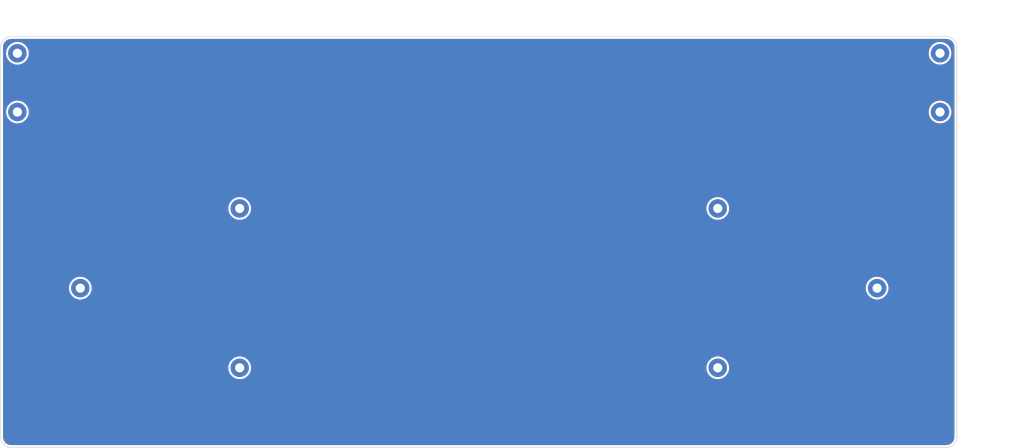
<source format=kicad_pcb>
(kicad_pcb (version 20171130) (host pcbnew "(5.1.4-0-10_14)")

  (general
    (thickness 1.6)
    (drawings 11)
    (tracks 0)
    (zones 0)
    (modules 10)
    (nets 1)
  )

  (page A4)
  (layers
    (0 F.Cu signal hide)
    (31 B.Cu signal hide)
    (32 B.Adhes user)
    (33 F.Adhes user)
    (34 B.Paste user)
    (35 F.Paste user)
    (36 B.SilkS user)
    (37 F.SilkS user)
    (38 B.Mask user)
    (39 F.Mask user)
    (40 Dwgs.User user)
    (41 Cmts.User user)
    (42 Eco1.User user)
    (43 Eco2.User user)
    (44 Edge.Cuts user)
    (45 Margin user)
    (46 B.CrtYd user)
    (47 F.CrtYd user)
    (48 B.Fab user)
    (49 F.Fab user)
  )

  (setup
    (last_trace_width 0.3)
    (user_trace_width 0.25)
    (user_trace_width 0.6)
    (trace_clearance 0.3)
    (zone_clearance 0.508)
    (zone_45_only no)
    (trace_min 0.15)
    (via_size 1)
    (via_drill 0.6)
    (via_min_size 0.4)
    (via_min_drill 0.3)
    (user_via 1.7 1)
    (uvia_size 0.3)
    (uvia_drill 0.1)
    (uvias_allowed no)
    (uvia_min_size 0.2)
    (uvia_min_drill 0.1)
    (edge_width 0.15)
    (segment_width 0.2)
    (pcb_text_width 0.3)
    (pcb_text_size 1 1)
    (mod_edge_width 0.15)
    (mod_text_size 1 1)
    (mod_text_width 0.15)
    (pad_size 1.6 1.6)
    (pad_drill 0.8)
    (pad_to_mask_clearance 0.2)
    (solder_mask_min_width 0.2)
    (aux_axis_origin 50 50)
    (grid_origin 50 50)
    (visible_elements 7FFDF7FF)
    (pcbplotparams
      (layerselection 0x010f0_ffffffff)
      (usegerberextensions true)
      (usegerberattributes false)
      (usegerberadvancedattributes false)
      (creategerberjobfile false)
      (excludeedgelayer true)
      (linewidth 0.100000)
      (plotframeref false)
      (viasonmask false)
      (mode 1)
      (useauxorigin true)
      (hpglpennumber 1)
      (hpglpenspeed 20)
      (hpglpendiameter 15.000000)
      (psnegative false)
      (psa4output false)
      (plotreference false)
      (plotvalue false)
      (plotinvisibletext false)
      (padsonsilk false)
      (subtractmaskfromsilk true)
      (outputformat 1)
      (mirror false)
      (drillshape 0)
      (scaleselection 1)
      (outputdirectory "gerber_bottom/"))
  )

  (net 0 "")

  (net_class Default "これはデフォルトのネット クラスです。"
    (clearance 0.3)
    (trace_width 0.3)
    (via_dia 1)
    (via_drill 0.6)
    (uvia_dia 0.3)
    (uvia_drill 0.1)
  )

  (net_class Power ""
    (clearance 0.3)
    (trace_width 0.8)
    (via_dia 1.2)
    (via_drill 0.8)
    (uvia_dia 0.3)
    (uvia_drill 0.1)
  )

  (module Mounting_Holes:MountingHole_2.2mm_M2_Pad locked (layer F.Cu) (tedit 5C077D63) (tstamp 5C08F82E)
    (at 54 54)
    (descr "Mounting Hole 2.2mm, M2")
    (tags "mounting hole 2.2mm m2")
    (path /5C122533)
    (attr virtual)
    (fp_text reference H1 (at 0 -3.2) (layer F.SilkS) hide
      (effects (font (size 1 1) (thickness 0.15)))
    )
    (fp_text value M2 (at 0 3.2) (layer F.Fab)
      (effects (font (size 1 1) (thickness 0.15)))
    )
    (fp_circle (center 0 0) (end 2.45 0) (layer F.CrtYd) (width 0.05))
    (fp_circle (center 0 0) (end 2.2 0) (layer Cmts.User) (width 0.15))
    (fp_text user %R (at 0.3 0) (layer F.Fab)
      (effects (font (size 1 1) (thickness 0.15)))
    )
    (pad 1 thru_hole circle (at 0 0) (size 4.4 4.4) (drill 2.2) (layers *.Cu *.Mask))
  )

  (module Mounting_Holes:MountingHole_2.2mm_M2_Pad locked (layer F.Cu) (tedit 5C077D5E) (tstamp 5C08F836)
    (at 54 68)
    (descr "Mounting Hole 2.2mm, M2")
    (tags "mounting hole 2.2mm m2")
    (path /5C13CC43)
    (attr virtual)
    (fp_text reference H2 (at 0 -3.2) (layer F.SilkS) hide
      (effects (font (size 1 1) (thickness 0.15)))
    )
    (fp_text value M2 (at 0 3.2) (layer F.Fab)
      (effects (font (size 1 1) (thickness 0.15)))
    )
    (fp_text user %R (at 0.3 0) (layer F.Fab)
      (effects (font (size 1 1) (thickness 0.15)))
    )
    (fp_circle (center 0 0) (end 2.2 0) (layer Cmts.User) (width 0.15))
    (fp_circle (center 0 0) (end 2.45 0) (layer F.CrtYd) (width 0.05))
    (pad 1 thru_hole circle (at 0 0) (size 4.4 4.4) (drill 2.2) (layers *.Cu *.Mask))
  )

  (module Mounting_Holes:MountingHole_2.2mm_M2_Pad locked (layer F.Cu) (tedit 5C077D33) (tstamp 5C08F83E)
    (at 274 54)
    (descr "Mounting Hole 2.2mm, M2")
    (tags "mounting hole 2.2mm m2")
    (path /5C0FAB26)
    (attr virtual)
    (fp_text reference H3 (at 0 -3.2) (layer F.SilkS) hide
      (effects (font (size 1 1) (thickness 0.15)))
    )
    (fp_text value M2 (at 0 3.2) (layer F.Fab)
      (effects (font (size 1 1) (thickness 0.15)))
    )
    (fp_circle (center 0 0) (end 2.45 0) (layer F.CrtYd) (width 0.05))
    (fp_circle (center 0 0) (end 2.2 0) (layer Cmts.User) (width 0.15))
    (fp_text user %R (at 0.3 0) (layer F.Fab)
      (effects (font (size 1 1) (thickness 0.15)))
    )
    (pad 1 thru_hole circle (at 0 0) (size 4.4 4.4) (drill 2.2) (layers *.Cu *.Mask))
  )

  (module Mounting_Holes:MountingHole_2.2mm_M2_Pad locked (layer F.Cu) (tedit 5C077D37) (tstamp 5C08F846)
    (at 274 68)
    (descr "Mounting Hole 2.2mm, M2")
    (tags "mounting hole 2.2mm m2")
    (path /5C12253A)
    (attr virtual)
    (fp_text reference H4 (at 0 -3.2) (layer F.SilkS) hide
      (effects (font (size 1 1) (thickness 0.15)))
    )
    (fp_text value M2 (at 0 3.2) (layer F.Fab)
      (effects (font (size 1 1) (thickness 0.15)))
    )
    (fp_text user %R (at 0.3 0) (layer F.Fab)
      (effects (font (size 1 1) (thickness 0.15)))
    )
    (fp_circle (center 0 0) (end 2.2 0) (layer Cmts.User) (width 0.15))
    (fp_circle (center 0 0) (end 2.45 0) (layer F.CrtYd) (width 0.05))
    (pad 1 thru_hole circle (at 0 0) (size 4.4 4.4) (drill 2.2) (layers *.Cu *.Mask))
  )

  (module Mounting_Holes:MountingHole_2.2mm_M2_Pad locked (layer F.Cu) (tedit 5C077D57) (tstamp 5C08F84E)
    (at 69 110)
    (descr "Mounting Hole 2.2mm, M2")
    (tags "mounting hole 2.2mm m2")
    (path /5C13CC4A)
    (attr virtual)
    (fp_text reference H5 (at 0 -3.2) (layer F.SilkS) hide
      (effects (font (size 1 1) (thickness 0.15)))
    )
    (fp_text value M2 (at 0 3.2) (layer F.Fab)
      (effects (font (size 1 1) (thickness 0.15)))
    )
    (fp_text user %R (at 0.3 0) (layer F.Fab)
      (effects (font (size 1 1) (thickness 0.15)))
    )
    (fp_circle (center 0 0) (end 2.2 0) (layer Cmts.User) (width 0.15))
    (fp_circle (center 0 0) (end 2.45 0) (layer F.CrtYd) (width 0.05))
    (pad 1 thru_hole circle (at 0 0) (size 4.4 4.4) (drill 2.2) (layers *.Cu *.Mask))
  )

  (module Mounting_Holes:MountingHole_2.2mm_M2_Pad locked (layer F.Cu) (tedit 5C077D4E) (tstamp 5C08F856)
    (at 107 91)
    (descr "Mounting Hole 2.2mm, M2")
    (tags "mounting hole 2.2mm m2")
    (path /5C0FAB2C)
    (attr virtual)
    (fp_text reference H6 (at 0 -3.2) (layer F.SilkS) hide
      (effects (font (size 1 1) (thickness 0.15)))
    )
    (fp_text value M2 (at 0 3.2) (layer F.Fab)
      (effects (font (size 1 1) (thickness 0.15)))
    )
    (fp_text user %R (at 0.3 0) (layer F.Fab)
      (effects (font (size 1 1) (thickness 0.15)))
    )
    (fp_circle (center 0 0) (end 2.2 0) (layer Cmts.User) (width 0.15))
    (fp_circle (center 0 0) (end 2.45 0) (layer F.CrtYd) (width 0.05))
    (pad 1 thru_hole circle (at 0 0) (size 4.4 4.4) (drill 2.2) (layers *.Cu *.Mask))
  )

  (module Mounting_Holes:MountingHole_2.2mm_M2_Pad locked (layer F.Cu) (tedit 5C077D52) (tstamp 5C08F85E)
    (at 107 129)
    (descr "Mounting Hole 2.2mm, M2")
    (tags "mounting hole 2.2mm m2")
    (path /5C122541)
    (attr virtual)
    (fp_text reference H7 (at 0 -3.2) (layer F.SilkS) hide
      (effects (font (size 1 1) (thickness 0.15)))
    )
    (fp_text value M2 (at 0 3.2) (layer F.Fab)
      (effects (font (size 1 1) (thickness 0.15)))
    )
    (fp_circle (center 0 0) (end 2.45 0) (layer F.CrtYd) (width 0.05))
    (fp_circle (center 0 0) (end 2.2 0) (layer Cmts.User) (width 0.15))
    (fp_text user %R (at 0.3 0) (layer F.Fab)
      (effects (font (size 1 1) (thickness 0.15)))
    )
    (pad 1 thru_hole circle (at 0 0) (size 4.4 4.4) (drill 2.2) (layers *.Cu *.Mask))
  )

  (module Mounting_Holes:MountingHole_2.2mm_M2_Pad locked (layer F.Cu) (tedit 5C077D48) (tstamp 5C08F866)
    (at 221 91)
    (descr "Mounting Hole 2.2mm, M2")
    (tags "mounting hole 2.2mm m2")
    (path /5C13CC51)
    (attr virtual)
    (fp_text reference H8 (at 0 -3.2) (layer F.SilkS) hide
      (effects (font (size 1 1) (thickness 0.15)))
    )
    (fp_text value M2 (at 0 3.2) (layer F.Fab)
      (effects (font (size 1 1) (thickness 0.15)))
    )
    (fp_circle (center 0 0) (end 2.45 0) (layer F.CrtYd) (width 0.05))
    (fp_circle (center 0 0) (end 2.2 0) (layer Cmts.User) (width 0.15))
    (fp_text user %R (at 0.3 0) (layer F.Fab)
      (effects (font (size 1 1) (thickness 0.15)))
    )
    (pad 1 thru_hole circle (at 0 0) (size 4.4 4.4) (drill 2.2) (layers *.Cu *.Mask))
  )

  (module Mounting_Holes:MountingHole_2.2mm_M2_Pad locked (layer F.Cu) (tedit 5C077D42) (tstamp 5C08F86E)
    (at 221 129)
    (descr "Mounting Hole 2.2mm, M2")
    (tags "mounting hole 2.2mm m2")
    (path /5C122548)
    (attr virtual)
    (fp_text reference H9 (at 0 -3.2) (layer F.SilkS) hide
      (effects (font (size 1 1) (thickness 0.15)))
    )
    (fp_text value M2 (at 0 3.2) (layer F.Fab)
      (effects (font (size 1 1) (thickness 0.15)))
    )
    (fp_circle (center 0 0) (end 2.45 0) (layer F.CrtYd) (width 0.05))
    (fp_circle (center 0 0) (end 2.2 0) (layer Cmts.User) (width 0.15))
    (fp_text user %R (at 0.3 0) (layer F.Fab)
      (effects (font (size 1 1) (thickness 0.15)))
    )
    (pad 1 thru_hole circle (at 0 0) (size 4.4 4.4) (drill 2.2) (layers *.Cu *.Mask))
  )

  (module Mounting_Holes:MountingHole_2.2mm_M2_Pad locked (layer F.Cu) (tedit 5C077D3D) (tstamp 5C08F876)
    (at 259 110)
    (descr "Mounting Hole 2.2mm, M2")
    (tags "mounting hole 2.2mm m2")
    (path /5C13CC58)
    (attr virtual)
    (fp_text reference H10 (at 0 -3.2) (layer F.SilkS) hide
      (effects (font (size 1 1) (thickness 0.15)))
    )
    (fp_text value M2 (at 0 3.2) (layer F.Fab)
      (effects (font (size 1 1) (thickness 0.15)))
    )
    (fp_text user %R (at 0.3 0) (layer F.Fab)
      (effects (font (size 1 1) (thickness 0.15)))
    )
    (fp_circle (center 0 0) (end 2.2 0) (layer Cmts.User) (width 0.15))
    (fp_circle (center 0 0) (end 2.45 0) (layer F.CrtYd) (width 0.05))
    (pad 1 thru_hole circle (at 0 0) (size 4.4 4.4) (drill 2.2) (layers *.Cu *.Mask))
  )

  (gr_arc (start 52.5 145.5) (end 50 145.5) (angle -90) (layer Edge.Cuts) (width 0.15) (tstamp 5C09253F))
  (gr_arc (start 275.5 145.5) (end 275.5 148) (angle -90) (layer Edge.Cuts) (width 0.15) (tstamp 5C09253F))
  (gr_arc (start 275.5 52.5) (end 278 52.5) (angle -90) (layer Edge.Cuts) (width 0.15) (tstamp 5C09253F))
  (gr_arc (start 52.5 52.5) (end 52.5 50) (angle -90) (layer Edge.Cuts) (width 0.15))
  (gr_line (start 50 145.5) (end 50 52.5) (layer Edge.Cuts) (width 0.15))
  (gr_line (start 275.5 148) (end 52.5 148) (layer Edge.Cuts) (width 0.15))
  (gr_line (start 278 52.5) (end 278 145.5) (layer Edge.Cuts) (width 0.15))
  (gr_line (start 244.5 50) (end 275.5 50) (layer Edge.Cuts) (width 0.15))
  (dimension 228 (width 0.3) (layer Cmts.User)
    (gr_text "228.000 mm" (at 164 42.4) (layer Cmts.User)
      (effects (font (size 1.5 1.5) (thickness 0.3)))
    )
    (feature1 (pts (xy 50 50) (xy 50 43.913579)))
    (feature2 (pts (xy 278 50) (xy 278 43.913579)))
    (crossbar (pts (xy 278 44.5) (xy 50 44.5)))
    (arrow1a (pts (xy 50 44.5) (xy 51.126504 43.913579)))
    (arrow1b (pts (xy 50 44.5) (xy 51.126504 45.086421)))
    (arrow2a (pts (xy 278 44.5) (xy 276.873496 43.913579)))
    (arrow2b (pts (xy 278 44.5) (xy 276.873496 45.086421)))
  )
  (dimension 98 (width 0.3) (layer Cmts.User)
    (gr_text "98.000 mm" (at 292.1 99 270) (layer Cmts.User)
      (effects (font (size 1.5 1.5) (thickness 0.3)))
    )
    (feature1 (pts (xy 278 148) (xy 290.586421 148)))
    (feature2 (pts (xy 278 50) (xy 290.586421 50)))
    (crossbar (pts (xy 290 50) (xy 290 148)))
    (arrow1a (pts (xy 290 148) (xy 289.413579 146.873496)))
    (arrow1b (pts (xy 290 148) (xy 290.586421 146.873496)))
    (arrow2a (pts (xy 290 50) (xy 289.413579 51.126504)))
    (arrow2b (pts (xy 290 50) (xy 290.586421 51.126504)))
  )
  (gr_line (start 244.5 50) (end 52.5 50) (layer Edge.Cuts) (width 0.15))

  (zone (net 0) (net_name "") (layer F.Cu) (tstamp 5C8719FC) (hatch edge 0.508)
    (connect_pads (clearance 0.508))
    (min_thickness 0.254)
    (fill yes (arc_segments 32) (thermal_gap 0.508) (thermal_bridge_width 0.508) (smoothing fillet) (radius 0.5))
    (polygon
      (pts
        (xy 50 50) (xy 278 50) (xy 278 148) (xy 50 148)
      )
    )
    (filled_polygon
      (pts
        (xy 275.847018 50.74743) (xy 276.180819 50.848211) (xy 276.488687 51.011907) (xy 276.758896 51.232284) (xy 276.981157 51.500952)
        (xy 277.146995 51.807663) (xy 277.250104 52.140753) (xy 277.29 52.520341) (xy 277.290001 145.46527) (xy 277.252571 145.847016)
        (xy 277.151789 146.180818) (xy 276.988093 146.488687) (xy 276.767716 146.758897) (xy 276.499052 146.981154) (xy 276.192337 147.146995)
        (xy 275.859246 147.250104) (xy 275.479659 147.29) (xy 52.53472 147.29) (xy 52.152984 147.252571) (xy 51.819182 147.151789)
        (xy 51.511313 146.988093) (xy 51.241103 146.767716) (xy 51.018846 146.499052) (xy 50.853005 146.192337) (xy 50.749896 145.859246)
        (xy 50.71 145.479659) (xy 50.71 129.015174) (xy 104.151322 129.015174) (xy 104.165 129.146854) (xy 104.165 129.279223)
        (xy 104.193777 129.423893) (xy 104.209019 129.570632) (xy 104.248124 129.697116) (xy 104.273948 129.826939) (xy 104.330395 129.963214)
        (xy 104.373972 130.104161) (xy 104.439753 130.227229) (xy 104.487656 130.342876) (xy 104.557202 130.44696) (xy 104.622982 130.570024)
        (xy 104.65107 130.587443) (xy 104.797912 130.807207) (xy 105.192793 131.202088) (xy 105.412557 131.34893) (xy 105.429976 131.377018)
        (xy 105.547057 131.4388) (xy 105.657124 131.512344) (xy 105.793407 131.568794) (xy 105.923877 131.637641) (xy 106.050764 131.675395)
        (xy 106.173061 131.726052) (xy 106.317736 131.75483) (xy 106.459133 131.796901) (xy 106.590948 131.809175) (xy 106.720777 131.835)
        (xy 106.868284 131.835) (xy 107.015174 131.848678) (xy 107.146854 131.835) (xy 107.279223 131.835) (xy 107.423893 131.806223)
        (xy 107.570632 131.790981) (xy 107.697116 131.751876) (xy 107.826939 131.726052) (xy 107.963214 131.669605) (xy 108.104161 131.626028)
        (xy 108.227229 131.560247) (xy 108.342876 131.512344) (xy 108.44696 131.442798) (xy 108.570024 131.377018) (xy 108.587443 131.34893)
        (xy 108.807207 131.202088) (xy 109.202088 130.807207) (xy 109.34893 130.587443) (xy 109.377018 130.570024) (xy 109.4388 130.452943)
        (xy 109.512344 130.342876) (xy 109.568794 130.206593) (xy 109.637641 130.076123) (xy 109.675395 129.949236) (xy 109.726052 129.826939)
        (xy 109.75483 129.682264) (xy 109.796901 129.540867) (xy 109.809175 129.409052) (xy 109.835 129.279223) (xy 109.835 129.131716)
        (xy 109.845852 129.015174) (xy 218.151322 129.015174) (xy 218.165 129.146854) (xy 218.165 129.279223) (xy 218.193777 129.423893)
        (xy 218.209019 129.570632) (xy 218.248124 129.697116) (xy 218.273948 129.826939) (xy 218.330395 129.963214) (xy 218.373972 130.104161)
        (xy 218.439753 130.227229) (xy 218.487656 130.342876) (xy 218.557202 130.44696) (xy 218.622982 130.570024) (xy 218.65107 130.587443)
        (xy 218.797912 130.807207) (xy 219.192793 131.202088) (xy 219.412557 131.34893) (xy 219.429976 131.377018) (xy 219.547057 131.4388)
        (xy 219.657124 131.512344) (xy 219.793407 131.568794) (xy 219.923877 131.637641) (xy 220.050764 131.675395) (xy 220.173061 131.726052)
        (xy 220.317736 131.75483) (xy 220.459133 131.796901) (xy 220.590948 131.809175) (xy 220.720777 131.835) (xy 220.868284 131.835)
        (xy 221.015174 131.848678) (xy 221.146854 131.835) (xy 221.279223 131.835) (xy 221.423893 131.806223) (xy 221.570632 131.790981)
        (xy 221.697116 131.751876) (xy 221.826939 131.726052) (xy 221.963214 131.669605) (xy 222.104161 131.626028) (xy 222.227229 131.560247)
        (xy 222.342876 131.512344) (xy 222.44696 131.442798) (xy 222.570024 131.377018) (xy 222.587443 131.34893) (xy 222.807207 131.202088)
        (xy 223.202088 130.807207) (xy 223.34893 130.587443) (xy 223.377018 130.570024) (xy 223.4388 130.452943) (xy 223.512344 130.342876)
        (xy 223.568794 130.206593) (xy 223.637641 130.076123) (xy 223.675395 129.949236) (xy 223.726052 129.826939) (xy 223.75483 129.682264)
        (xy 223.796901 129.540867) (xy 223.809175 129.409052) (xy 223.835 129.279223) (xy 223.835 129.131716) (xy 223.848678 128.984826)
        (xy 223.835 128.853146) (xy 223.835 128.720777) (xy 223.806223 128.576107) (xy 223.790981 128.429368) (xy 223.751876 128.302884)
        (xy 223.726052 128.173061) (xy 223.669605 128.036786) (xy 223.626028 127.895839) (xy 223.560247 127.772771) (xy 223.512344 127.657124)
        (xy 223.442798 127.55304) (xy 223.377018 127.429976) (xy 223.34893 127.412557) (xy 223.202088 127.192793) (xy 222.807207 126.797912)
        (xy 222.587443 126.65107) (xy 222.570024 126.622982) (xy 222.452943 126.5612) (xy 222.342876 126.487656) (xy 222.206593 126.431206)
        (xy 222.076123 126.362359) (xy 221.949236 126.324605) (xy 221.826939 126.273948) (xy 221.682264 126.24517) (xy 221.540867 126.203099)
        (xy 221.409052 126.190825) (xy 221.279223 126.165) (xy 221.131716 126.165) (xy 220.984826 126.151322) (xy 220.853146 126.165)
        (xy 220.720777 126.165) (xy 220.576107 126.193777) (xy 220.429368 126.209019) (xy 220.302884 126.248124) (xy 220.173061 126.273948)
        (xy 220.036786 126.330395) (xy 219.895839 126.373972) (xy 219.772771 126.439753) (xy 219.657124 126.487656) (xy 219.55304 126.557202)
        (xy 219.429976 126.622982) (xy 219.412557 126.65107) (xy 219.192793 126.797912) (xy 218.797912 127.192793) (xy 218.65107 127.412557)
        (xy 218.622982 127.429976) (xy 218.5612 127.547057) (xy 218.487656 127.657124) (xy 218.431206 127.793407) (xy 218.362359 127.923877)
        (xy 218.324605 128.050764) (xy 218.273948 128.173061) (xy 218.24517 128.317736) (xy 218.203099 128.459133) (xy 218.190825 128.590948)
        (xy 218.165 128.720777) (xy 218.165 128.868284) (xy 218.151322 129.015174) (xy 109.845852 129.015174) (xy 109.848678 128.984826)
        (xy 109.835 128.853146) (xy 109.835 128.720777) (xy 109.806223 128.576107) (xy 109.790981 128.429368) (xy 109.751876 128.302884)
        (xy 109.726052 128.173061) (xy 109.669605 128.036786) (xy 109.626028 127.895839) (xy 109.560247 127.772771) (xy 109.512344 127.657124)
        (xy 109.442798 127.55304) (xy 109.377018 127.429976) (xy 109.34893 127.412557) (xy 109.202088 127.192793) (xy 108.807207 126.797912)
        (xy 108.587443 126.65107) (xy 108.570024 126.622982) (xy 108.452943 126.5612) (xy 108.342876 126.487656) (xy 108.206593 126.431206)
        (xy 108.076123 126.362359) (xy 107.949236 126.324605) (xy 107.826939 126.273948) (xy 107.682264 126.24517) (xy 107.540867 126.203099)
        (xy 107.409052 126.190825) (xy 107.279223 126.165) (xy 107.131716 126.165) (xy 106.984826 126.151322) (xy 106.853146 126.165)
        (xy 106.720777 126.165) (xy 106.576107 126.193777) (xy 106.429368 126.209019) (xy 106.302884 126.248124) (xy 106.173061 126.273948)
        (xy 106.036786 126.330395) (xy 105.895839 126.373972) (xy 105.772771 126.439753) (xy 105.657124 126.487656) (xy 105.55304 126.557202)
        (xy 105.429976 126.622982) (xy 105.412557 126.65107) (xy 105.192793 126.797912) (xy 104.797912 127.192793) (xy 104.65107 127.412557)
        (xy 104.622982 127.429976) (xy 104.5612 127.547057) (xy 104.487656 127.657124) (xy 104.431206 127.793407) (xy 104.362359 127.923877)
        (xy 104.324605 128.050764) (xy 104.273948 128.173061) (xy 104.24517 128.317736) (xy 104.203099 128.459133) (xy 104.190825 128.590948)
        (xy 104.165 128.720777) (xy 104.165 128.868284) (xy 104.151322 129.015174) (xy 50.71 129.015174) (xy 50.71 110.015174)
        (xy 66.151322 110.015174) (xy 66.165 110.146854) (xy 66.165 110.279223) (xy 66.193777 110.423893) (xy 66.209019 110.570632)
        (xy 66.248124 110.697116) (xy 66.273948 110.826939) (xy 66.330395 110.963214) (xy 66.373972 111.104161) (xy 66.439753 111.227229)
        (xy 66.487656 111.342876) (xy 66.557202 111.44696) (xy 66.622982 111.570024) (xy 66.65107 111.587443) (xy 66.797912 111.807207)
        (xy 67.192793 112.202088) (xy 67.412557 112.34893) (xy 67.429976 112.377018) (xy 67.547057 112.4388) (xy 67.657124 112.512344)
        (xy 67.793407 112.568794) (xy 67.923877 112.637641) (xy 68.050764 112.675395) (xy 68.173061 112.726052) (xy 68.317736 112.75483)
        (xy 68.459133 112.796901) (xy 68.590948 112.809175) (xy 68.720777 112.835) (xy 68.868284 112.835) (xy 69.015174 112.848678)
        (xy 69.146854 112.835) (xy 69.279223 112.835) (xy 69.423893 112.806223) (xy 69.570632 112.790981) (xy 69.697116 112.751876)
        (xy 69.826939 112.726052) (xy 69.963214 112.669605) (xy 70.104161 112.626028) (xy 70.227229 112.560247) (xy 70.342876 112.512344)
        (xy 70.44696 112.442798) (xy 70.570024 112.377018) (xy 70.587443 112.34893) (xy 70.807207 112.202088) (xy 71.202088 111.807207)
        (xy 71.34893 111.587443) (xy 71.377018 111.570024) (xy 71.4388 111.452943) (xy 71.512344 111.342876) (xy 71.568794 111.206593)
        (xy 71.637641 111.076123) (xy 71.675395 110.949236) (xy 71.726052 110.826939) (xy 71.75483 110.682264) (xy 71.796901 110.540867)
        (xy 71.809175 110.409052) (xy 71.835 110.279223) (xy 71.835 110.131716) (xy 71.845852 110.015174) (xy 256.151322 110.015174)
        (xy 256.165 110.146854) (xy 256.165 110.279223) (xy 256.193777 110.423893) (xy 256.209019 110.570632) (xy 256.248124 110.697116)
        (xy 256.273948 110.826939) (xy 256.330395 110.963214) (xy 256.373972 111.104161) (xy 256.439753 111.227229) (xy 256.487656 111.342876)
        (xy 256.557202 111.44696) (xy 256.622982 111.570024) (xy 256.65107 111.587443) (xy 256.797912 111.807207) (xy 257.192793 112.202088)
        (xy 257.412557 112.34893) (xy 257.429976 112.377018) (xy 257.547057 112.4388) (xy 257.657124 112.512344) (xy 257.793407 112.568794)
        (xy 257.923877 112.637641) (xy 258.050764 112.675395) (xy 258.173061 112.726052) (xy 258.317736 112.75483) (xy 258.459133 112.796901)
        (xy 258.590948 112.809175) (xy 258.720777 112.835) (xy 258.868284 112.835) (xy 259.015174 112.848678) (xy 259.146854 112.835)
        (xy 259.279223 112.835) (xy 259.423893 112.806223) (xy 259.570632 112.790981) (xy 259.697116 112.751876) (xy 259.826939 112.726052)
        (xy 259.963214 112.669605) (xy 260.104161 112.626028) (xy 260.227229 112.560247) (xy 260.342876 112.512344) (xy 260.44696 112.442798)
        (xy 260.570024 112.377018) (xy 260.587443 112.34893) (xy 260.807207 112.202088) (xy 261.202088 111.807207) (xy 261.34893 111.587443)
        (xy 261.377018 111.570024) (xy 261.4388 111.452943) (xy 261.512344 111.342876) (xy 261.568794 111.206593) (xy 261.637641 111.076123)
        (xy 261.675395 110.949236) (xy 261.726052 110.826939) (xy 261.75483 110.682264) (xy 261.796901 110.540867) (xy 261.809175 110.409052)
        (xy 261.835 110.279223) (xy 261.835 110.131716) (xy 261.848678 109.984826) (xy 261.835 109.853146) (xy 261.835 109.720777)
        (xy 261.806223 109.576107) (xy 261.790981 109.429368) (xy 261.751876 109.302884) (xy 261.726052 109.173061) (xy 261.669605 109.036786)
        (xy 261.626028 108.895839) (xy 261.560247 108.772771) (xy 261.512344 108.657124) (xy 261.442798 108.55304) (xy 261.377018 108.429976)
        (xy 261.34893 108.412557) (xy 261.202088 108.192793) (xy 260.807207 107.797912) (xy 260.587443 107.65107) (xy 260.570024 107.622982)
        (xy 260.452943 107.5612) (xy 260.342876 107.487656) (xy 260.206593 107.431206) (xy 260.076123 107.362359) (xy 259.949236 107.324605)
        (xy 259.826939 107.273948) (xy 259.682264 107.24517) (xy 259.540867 107.203099) (xy 259.409052 107.190825) (xy 259.279223 107.165)
        (xy 259.131716 107.165) (xy 258.984826 107.151322) (xy 258.853146 107.165) (xy 258.720777 107.165) (xy 258.576107 107.193777)
        (xy 258.429368 107.209019) (xy 258.302884 107.248124) (xy 258.173061 107.273948) (xy 258.036786 107.330395) (xy 257.895839 107.373972)
        (xy 257.772771 107.439753) (xy 257.657124 107.487656) (xy 257.55304 107.557202) (xy 257.429976 107.622982) (xy 257.412557 107.65107)
        (xy 257.192793 107.797912) (xy 256.797912 108.192793) (xy 256.65107 108.412557) (xy 256.622982 108.429976) (xy 256.5612 108.547057)
        (xy 256.487656 108.657124) (xy 256.431206 108.793407) (xy 256.362359 108.923877) (xy 256.324605 109.050764) (xy 256.273948 109.173061)
        (xy 256.24517 109.317736) (xy 256.203099 109.459133) (xy 256.190825 109.590948) (xy 256.165 109.720777) (xy 256.165 109.868284)
        (xy 256.151322 110.015174) (xy 71.845852 110.015174) (xy 71.848678 109.984826) (xy 71.835 109.853146) (xy 71.835 109.720777)
        (xy 71.806223 109.576107) (xy 71.790981 109.429368) (xy 71.751876 109.302884) (xy 71.726052 109.173061) (xy 71.669605 109.036786)
        (xy 71.626028 108.895839) (xy 71.560247 108.772771) (xy 71.512344 108.657124) (xy 71.442798 108.55304) (xy 71.377018 108.429976)
        (xy 71.34893 108.412557) (xy 71.202088 108.192793) (xy 70.807207 107.797912) (xy 70.587443 107.65107) (xy 70.570024 107.622982)
        (xy 70.452943 107.5612) (xy 70.342876 107.487656) (xy 70.206593 107.431206) (xy 70.076123 107.362359) (xy 69.949236 107.324605)
        (xy 69.826939 107.273948) (xy 69.682264 107.24517) (xy 69.540867 107.203099) (xy 69.409052 107.190825) (xy 69.279223 107.165)
        (xy 69.131716 107.165) (xy 68.984826 107.151322) (xy 68.853146 107.165) (xy 68.720777 107.165) (xy 68.576107 107.193777)
        (xy 68.429368 107.209019) (xy 68.302884 107.248124) (xy 68.173061 107.273948) (xy 68.036786 107.330395) (xy 67.895839 107.373972)
        (xy 67.772771 107.439753) (xy 67.657124 107.487656) (xy 67.55304 107.557202) (xy 67.429976 107.622982) (xy 67.412557 107.65107)
        (xy 67.192793 107.797912) (xy 66.797912 108.192793) (xy 66.65107 108.412557) (xy 66.622982 108.429976) (xy 66.5612 108.547057)
        (xy 66.487656 108.657124) (xy 66.431206 108.793407) (xy 66.362359 108.923877) (xy 66.324605 109.050764) (xy 66.273948 109.173061)
        (xy 66.24517 109.317736) (xy 66.203099 109.459133) (xy 66.190825 109.590948) (xy 66.165 109.720777) (xy 66.165 109.868284)
        (xy 66.151322 110.015174) (xy 50.71 110.015174) (xy 50.71 91.015174) (xy 104.151322 91.015174) (xy 104.165 91.146854)
        (xy 104.165 91.279223) (xy 104.193777 91.423893) (xy 104.209019 91.570632) (xy 104.248124 91.697116) (xy 104.273948 91.826939)
        (xy 104.330395 91.963214) (xy 104.373972 92.104161) (xy 104.439753 92.227229) (xy 104.487656 92.342876) (xy 104.557202 92.44696)
        (xy 104.622982 92.570024) (xy 104.65107 92.587443) (xy 104.797912 92.807207) (xy 105.192793 93.202088) (xy 105.412557 93.34893)
        (xy 105.429976 93.377018) (xy 105.547057 93.4388) (xy 105.657124 93.512344) (xy 105.793407 93.568794) (xy 105.923877 93.637641)
        (xy 106.050764 93.675395) (xy 106.173061 93.726052) (xy 106.317736 93.75483) (xy 106.459133 93.796901) (xy 106.590948 93.809175)
        (xy 106.720777 93.835) (xy 106.868284 93.835) (xy 107.015174 93.848678) (xy 107.146854 93.835) (xy 107.279223 93.835)
        (xy 107.423893 93.806223) (xy 107.570632 93.790981) (xy 107.697116 93.751876) (xy 107.826939 93.726052) (xy 107.963214 93.669605)
        (xy 108.104161 93.626028) (xy 108.227229 93.560247) (xy 108.342876 93.512344) (xy 108.44696 93.442798) (xy 108.570024 93.377018)
        (xy 108.587443 93.34893) (xy 108.807207 93.202088) (xy 109.202088 92.807207) (xy 109.34893 92.587443) (xy 109.377018 92.570024)
        (xy 109.4388 92.452943) (xy 109.512344 92.342876) (xy 109.568794 92.206593) (xy 109.637641 92.076123) (xy 109.675395 91.949236)
        (xy 109.726052 91.826939) (xy 109.75483 91.682264) (xy 109.796901 91.540867) (xy 109.809175 91.409052) (xy 109.835 91.279223)
        (xy 109.835 91.131716) (xy 109.845852 91.015174) (xy 218.151322 91.015174) (xy 218.165 91.146854) (xy 218.165 91.279223)
        (xy 218.193777 91.423893) (xy 218.209019 91.570632) (xy 218.248124 91.697116) (xy 218.273948 91.826939) (xy 218.330395 91.963214)
        (xy 218.373972 92.104161) (xy 218.439753 92.227229) (xy 218.487656 92.342876) (xy 218.557202 92.44696) (xy 218.622982 92.570024)
        (xy 218.65107 92.587443) (xy 218.797912 92.807207) (xy 219.192793 93.202088) (xy 219.412557 93.34893) (xy 219.429976 93.377018)
        (xy 219.547057 93.4388) (xy 219.657124 93.512344) (xy 219.793407 93.568794) (xy 219.923877 93.637641) (xy 220.050764 93.675395)
        (xy 220.173061 93.726052) (xy 220.317736 93.75483) (xy 220.459133 93.796901) (xy 220.590948 93.809175) (xy 220.720777 93.835)
        (xy 220.868284 93.835) (xy 221.015174 93.848678) (xy 221.146854 93.835) (xy 221.279223 93.835) (xy 221.423893 93.806223)
        (xy 221.570632 93.790981) (xy 221.697116 93.751876) (xy 221.826939 93.726052) (xy 221.963214 93.669605) (xy 222.104161 93.626028)
        (xy 222.227229 93.560247) (xy 222.342876 93.512344) (xy 222.44696 93.442798) (xy 222.570024 93.377018) (xy 222.587443 93.34893)
        (xy 222.807207 93.202088) (xy 223.202088 92.807207) (xy 223.34893 92.587443) (xy 223.377018 92.570024) (xy 223.4388 92.452943)
        (xy 223.512344 92.342876) (xy 223.568794 92.206593) (xy 223.637641 92.076123) (xy 223.675395 91.949236) (xy 223.726052 91.826939)
        (xy 223.75483 91.682264) (xy 223.796901 91.540867) (xy 223.809175 91.409052) (xy 223.835 91.279223) (xy 223.835 91.131716)
        (xy 223.848678 90.984826) (xy 223.835 90.853146) (xy 223.835 90.720777) (xy 223.806223 90.576107) (xy 223.790981 90.429368)
        (xy 223.751876 90.302884) (xy 223.726052 90.173061) (xy 223.669605 90.036786) (xy 223.626028 89.895839) (xy 223.560247 89.772771)
        (xy 223.512344 89.657124) (xy 223.442798 89.55304) (xy 223.377018 89.429976) (xy 223.34893 89.412557) (xy 223.202088 89.192793)
        (xy 222.807207 88.797912) (xy 222.587443 88.65107) (xy 222.570024 88.622982) (xy 222.452943 88.5612) (xy 222.342876 88.487656)
        (xy 222.206593 88.431206) (xy 222.076123 88.362359) (xy 221.949236 88.324605) (xy 221.826939 88.273948) (xy 221.682264 88.24517)
        (xy 221.540867 88.203099) (xy 221.409052 88.190825) (xy 221.279223 88.165) (xy 221.131716 88.165) (xy 220.984826 88.151322)
        (xy 220.853146 88.165) (xy 220.720777 88.165) (xy 220.576107 88.193777) (xy 220.429368 88.209019) (xy 220.302884 88.248124)
        (xy 220.173061 88.273948) (xy 220.036786 88.330395) (xy 219.895839 88.373972) (xy 219.772771 88.439753) (xy 219.657124 88.487656)
        (xy 219.55304 88.557202) (xy 219.429976 88.622982) (xy 219.412557 88.65107) (xy 219.192793 88.797912) (xy 218.797912 89.192793)
        (xy 218.65107 89.412557) (xy 218.622982 89.429976) (xy 218.5612 89.547057) (xy 218.487656 89.657124) (xy 218.431206 89.793407)
        (xy 218.362359 89.923877) (xy 218.324605 90.050764) (xy 218.273948 90.173061) (xy 218.24517 90.317736) (xy 218.203099 90.459133)
        (xy 218.190825 90.590948) (xy 218.165 90.720777) (xy 218.165 90.868284) (xy 218.151322 91.015174) (xy 109.845852 91.015174)
        (xy 109.848678 90.984826) (xy 109.835 90.853146) (xy 109.835 90.720777) (xy 109.806223 90.576107) (xy 109.790981 90.429368)
        (xy 109.751876 90.302884) (xy 109.726052 90.173061) (xy 109.669605 90.036786) (xy 109.626028 89.895839) (xy 109.560247 89.772771)
        (xy 109.512344 89.657124) (xy 109.442798 89.55304) (xy 109.377018 89.429976) (xy 109.34893 89.412557) (xy 109.202088 89.192793)
        (xy 108.807207 88.797912) (xy 108.587443 88.65107) (xy 108.570024 88.622982) (xy 108.452943 88.5612) (xy 108.342876 88.487656)
        (xy 108.206593 88.431206) (xy 108.076123 88.362359) (xy 107.949236 88.324605) (xy 107.826939 88.273948) (xy 107.682264 88.24517)
        (xy 107.540867 88.203099) (xy 107.409052 88.190825) (xy 107.279223 88.165) (xy 107.131716 88.165) (xy 106.984826 88.151322)
        (xy 106.853146 88.165) (xy 106.720777 88.165) (xy 106.576107 88.193777) (xy 106.429368 88.209019) (xy 106.302884 88.248124)
        (xy 106.173061 88.273948) (xy 106.036786 88.330395) (xy 105.895839 88.373972) (xy 105.772771 88.439753) (xy 105.657124 88.487656)
        (xy 105.55304 88.557202) (xy 105.429976 88.622982) (xy 105.412557 88.65107) (xy 105.192793 88.797912) (xy 104.797912 89.192793)
        (xy 104.65107 89.412557) (xy 104.622982 89.429976) (xy 104.5612 89.547057) (xy 104.487656 89.657124) (xy 104.431206 89.793407)
        (xy 104.362359 89.923877) (xy 104.324605 90.050764) (xy 104.273948 90.173061) (xy 104.24517 90.317736) (xy 104.203099 90.459133)
        (xy 104.190825 90.590948) (xy 104.165 90.720777) (xy 104.165 90.868284) (xy 104.151322 91.015174) (xy 50.71 91.015174)
        (xy 50.71 68.015174) (xy 51.151322 68.015174) (xy 51.165 68.146854) (xy 51.165 68.279223) (xy 51.193777 68.423893)
        (xy 51.209019 68.570632) (xy 51.248124 68.697116) (xy 51.273948 68.826939) (xy 51.330395 68.963214) (xy 51.373972 69.104161)
        (xy 51.439753 69.227229) (xy 51.487656 69.342876) (xy 51.557202 69.44696) (xy 51.622982 69.570024) (xy 51.65107 69.587443)
        (xy 51.797912 69.807207) (xy 52.192793 70.202088) (xy 52.412557 70.34893) (xy 52.429976 70.377018) (xy 52.547057 70.4388)
        (xy 52.657124 70.512344) (xy 52.793407 70.568794) (xy 52.923877 70.637641) (xy 53.050764 70.675395) (xy 53.173061 70.726052)
        (xy 53.317736 70.75483) (xy 53.459133 70.796901) (xy 53.590948 70.809175) (xy 53.720777 70.835) (xy 53.868284 70.835)
        (xy 54.015174 70.848678) (xy 54.146854 70.835) (xy 54.279223 70.835) (xy 54.423893 70.806223) (xy 54.570632 70.790981)
        (xy 54.697116 70.751876) (xy 54.826939 70.726052) (xy 54.963214 70.669605) (xy 55.104161 70.626028) (xy 55.227229 70.560247)
        (xy 55.342876 70.512344) (xy 55.44696 70.442798) (xy 55.570024 70.377018) (xy 55.587443 70.34893) (xy 55.807207 70.202088)
        (xy 56.202088 69.807207) (xy 56.34893 69.587443) (xy 56.377018 69.570024) (xy 56.4388 69.452943) (xy 56.512344 69.342876)
        (xy 56.568794 69.206593) (xy 56.637641 69.076123) (xy 56.675395 68.949236) (xy 56.726052 68.826939) (xy 56.75483 68.682264)
        (xy 56.796901 68.540867) (xy 56.809175 68.409052) (xy 56.835 68.279223) (xy 56.835 68.131716) (xy 56.845852 68.015174)
        (xy 271.151322 68.015174) (xy 271.165 68.146854) (xy 271.165 68.279223) (xy 271.193777 68.423893) (xy 271.209019 68.570632)
        (xy 271.248124 68.697116) (xy 271.273948 68.826939) (xy 271.330395 68.963214) (xy 271.373972 69.104161) (xy 271.439753 69.227229)
        (xy 271.487656 69.342876) (xy 271.557202 69.44696) (xy 271.622982 69.570024) (xy 271.65107 69.587443) (xy 271.797912 69.807207)
        (xy 272.192793 70.202088) (xy 272.412557 70.34893) (xy 272.429976 70.377018) (xy 272.547057 70.4388) (xy 272.657124 70.512344)
        (xy 272.793407 70.568794) (xy 272.923877 70.637641) (xy 273.050764 70.675395) (xy 273.173061 70.726052) (xy 273.317736 70.75483)
        (xy 273.459133 70.796901) (xy 273.590948 70.809175) (xy 273.720777 70.835) (xy 273.868284 70.835) (xy 274.015174 70.848678)
        (xy 274.146854 70.835) (xy 274.279223 70.835) (xy 274.423893 70.806223) (xy 274.570632 70.790981) (xy 274.697116 70.751876)
        (xy 274.826939 70.726052) (xy 274.963214 70.669605) (xy 275.104161 70.626028) (xy 275.227229 70.560247) (xy 275.342876 70.512344)
        (xy 275.44696 70.442798) (xy 275.570024 70.377018) (xy 275.587443 70.34893) (xy 275.807207 70.202088) (xy 276.202088 69.807207)
        (xy 276.34893 69.587443) (xy 276.377018 69.570024) (xy 276.4388 69.452943) (xy 276.512344 69.342876) (xy 276.568794 69.206593)
        (xy 276.637641 69.076123) (xy 276.675395 68.949236) (xy 276.726052 68.826939) (xy 276.75483 68.682264) (xy 276.796901 68.540867)
        (xy 276.809175 68.409052) (xy 276.835 68.279223) (xy 276.835 68.131716) (xy 276.848678 67.984826) (xy 276.835 67.853146)
        (xy 276.835 67.720777) (xy 276.806223 67.576107) (xy 276.790981 67.429368) (xy 276.751876 67.302884) (xy 276.726052 67.173061)
        (xy 276.669605 67.036786) (xy 276.626028 66.895839) (xy 276.560247 66.772771) (xy 276.512344 66.657124) (xy 276.442798 66.55304)
        (xy 276.377018 66.429976) (xy 276.34893 66.412557) (xy 276.202088 66.192793) (xy 275.807207 65.797912) (xy 275.587443 65.65107)
        (xy 275.570024 65.622982) (xy 275.452943 65.5612) (xy 275.342876 65.487656) (xy 275.206593 65.431206) (xy 275.076123 65.362359)
        (xy 274.949236 65.324605) (xy 274.826939 65.273948) (xy 274.682264 65.24517) (xy 274.540867 65.203099) (xy 274.409052 65.190825)
        (xy 274.279223 65.165) (xy 274.131716 65.165) (xy 273.984826 65.151322) (xy 273.853146 65.165) (xy 273.720777 65.165)
        (xy 273.576107 65.193777) (xy 273.429368 65.209019) (xy 273.302884 65.248124) (xy 273.173061 65.273948) (xy 273.036786 65.330395)
        (xy 272.895839 65.373972) (xy 272.772771 65.439753) (xy 272.657124 65.487656) (xy 272.55304 65.557202) (xy 272.429976 65.622982)
        (xy 272.412557 65.65107) (xy 272.192793 65.797912) (xy 271.797912 66.192793) (xy 271.65107 66.412557) (xy 271.622982 66.429976)
        (xy 271.5612 66.547057) (xy 271.487656 66.657124) (xy 271.431206 66.793407) (xy 271.362359 66.923877) (xy 271.324605 67.050764)
        (xy 271.273948 67.173061) (xy 271.24517 67.317736) (xy 271.203099 67.459133) (xy 271.190825 67.590948) (xy 271.165 67.720777)
        (xy 271.165 67.868284) (xy 271.151322 68.015174) (xy 56.845852 68.015174) (xy 56.848678 67.984826) (xy 56.835 67.853146)
        (xy 56.835 67.720777) (xy 56.806223 67.576107) (xy 56.790981 67.429368) (xy 56.751876 67.302884) (xy 56.726052 67.173061)
        (xy 56.669605 67.036786) (xy 56.626028 66.895839) (xy 56.560247 66.772771) (xy 56.512344 66.657124) (xy 56.442798 66.55304)
        (xy 56.377018 66.429976) (xy 56.34893 66.412557) (xy 56.202088 66.192793) (xy 55.807207 65.797912) (xy 55.587443 65.65107)
        (xy 55.570024 65.622982) (xy 55.452943 65.5612) (xy 55.342876 65.487656) (xy 55.206593 65.431206) (xy 55.076123 65.362359)
        (xy 54.949236 65.324605) (xy 54.826939 65.273948) (xy 54.682264 65.24517) (xy 54.540867 65.203099) (xy 54.409052 65.190825)
        (xy 54.279223 65.165) (xy 54.131716 65.165) (xy 53.984826 65.151322) (xy 53.853146 65.165) (xy 53.720777 65.165)
        (xy 53.576107 65.193777) (xy 53.429368 65.209019) (xy 53.302884 65.248124) (xy 53.173061 65.273948) (xy 53.036786 65.330395)
        (xy 52.895839 65.373972) (xy 52.772771 65.439753) (xy 52.657124 65.487656) (xy 52.55304 65.557202) (xy 52.429976 65.622982)
        (xy 52.412557 65.65107) (xy 52.192793 65.797912) (xy 51.797912 66.192793) (xy 51.65107 66.412557) (xy 51.622982 66.429976)
        (xy 51.5612 66.547057) (xy 51.487656 66.657124) (xy 51.431206 66.793407) (xy 51.362359 66.923877) (xy 51.324605 67.050764)
        (xy 51.273948 67.173061) (xy 51.24517 67.317736) (xy 51.203099 67.459133) (xy 51.190825 67.590948) (xy 51.165 67.720777)
        (xy 51.165 67.868284) (xy 51.151322 68.015174) (xy 50.71 68.015174) (xy 50.71 54.015174) (xy 51.151322 54.015174)
        (xy 51.165 54.146854) (xy 51.165 54.279223) (xy 51.193777 54.423893) (xy 51.209019 54.570632) (xy 51.248124 54.697116)
        (xy 51.273948 54.826939) (xy 51.330395 54.963214) (xy 51.373972 55.104161) (xy 51.439753 55.227229) (xy 51.487656 55.342876)
        (xy 51.557202 55.44696) (xy 51.622982 55.570024) (xy 51.65107 55.587443) (xy 51.797912 55.807207) (xy 52.192793 56.202088)
        (xy 52.412557 56.34893) (xy 52.429976 56.377018) (xy 52.547057 56.4388) (xy 52.657124 56.512344) (xy 52.793407 56.568794)
        (xy 52.923877 56.637641) (xy 53.050764 56.675395) (xy 53.173061 56.726052) (xy 53.317736 56.75483) (xy 53.459133 56.796901)
        (xy 53.590948 56.809175) (xy 53.720777 56.835) (xy 53.868284 56.835) (xy 54.015174 56.848678) (xy 54.146854 56.835)
        (xy 54.279223 56.835) (xy 54.423893 56.806223) (xy 54.570632 56.790981) (xy 54.697116 56.751876) (xy 54.826939 56.726052)
        (xy 54.963214 56.669605) (xy 55.104161 56.626028) (xy 55.227229 56.560247) (xy 55.342876 56.512344) (xy 55.44696 56.442798)
        (xy 55.570024 56.377018) (xy 55.587443 56.34893) (xy 55.807207 56.202088) (xy 56.202088 55.807207) (xy 56.34893 55.587443)
        (xy 56.377018 55.570024) (xy 56.4388 55.452943) (xy 56.512344 55.342876) (xy 56.568794 55.206593) (xy 56.637641 55.076123)
        (xy 56.675395 54.949236) (xy 56.726052 54.826939) (xy 56.75483 54.682264) (xy 56.796901 54.540867) (xy 56.809175 54.409052)
        (xy 56.835 54.279223) (xy 56.835 54.131716) (xy 56.845852 54.015174) (xy 271.151322 54.015174) (xy 271.165 54.146854)
        (xy 271.165 54.279223) (xy 271.193777 54.423893) (xy 271.209019 54.570632) (xy 271.248124 54.697116) (xy 271.273948 54.826939)
        (xy 271.330395 54.963214) (xy 271.373972 55.104161) (xy 271.439753 55.227229) (xy 271.487656 55.342876) (xy 271.557202 55.44696)
        (xy 271.622982 55.570024) (xy 271.65107 55.587443) (xy 271.797912 55.807207) (xy 272.192793 56.202088) (xy 272.412557 56.34893)
        (xy 272.429976 56.377018) (xy 272.547057 56.4388) (xy 272.657124 56.512344) (xy 272.793407 56.568794) (xy 272.923877 56.637641)
        (xy 273.050764 56.675395) (xy 273.173061 56.726052) (xy 273.317736 56.75483) (xy 273.459133 56.796901) (xy 273.590948 56.809175)
        (xy 273.720777 56.835) (xy 273.868284 56.835) (xy 274.015174 56.848678) (xy 274.146854 56.835) (xy 274.279223 56.835)
        (xy 274.423893 56.806223) (xy 274.570632 56.790981) (xy 274.697116 56.751876) (xy 274.826939 56.726052) (xy 274.963214 56.669605)
        (xy 275.104161 56.626028) (xy 275.227229 56.560247) (xy 275.342876 56.512344) (xy 275.44696 56.442798) (xy 275.570024 56.377018)
        (xy 275.587443 56.34893) (xy 275.807207 56.202088) (xy 276.202088 55.807207) (xy 276.34893 55.587443) (xy 276.377018 55.570024)
        (xy 276.4388 55.452943) (xy 276.512344 55.342876) (xy 276.568794 55.206593) (xy 276.637641 55.076123) (xy 276.675395 54.949236)
        (xy 276.726052 54.826939) (xy 276.75483 54.682264) (xy 276.796901 54.540867) (xy 276.809175 54.409052) (xy 276.835 54.279223)
        (xy 276.835 54.131716) (xy 276.848678 53.984826) (xy 276.835 53.853146) (xy 276.835 53.720777) (xy 276.806223 53.576107)
        (xy 276.790981 53.429368) (xy 276.751876 53.302884) (xy 276.726052 53.173061) (xy 276.669605 53.036786) (xy 276.626028 52.895839)
        (xy 276.560247 52.772771) (xy 276.512344 52.657124) (xy 276.442798 52.55304) (xy 276.377018 52.429976) (xy 276.34893 52.412557)
        (xy 276.202088 52.192793) (xy 275.807207 51.797912) (xy 275.587443 51.65107) (xy 275.570024 51.622982) (xy 275.452943 51.5612)
        (xy 275.342876 51.487656) (xy 275.206593 51.431206) (xy 275.076123 51.362359) (xy 274.949236 51.324605) (xy 274.826939 51.273948)
        (xy 274.682264 51.24517) (xy 274.540867 51.203099) (xy 274.409052 51.190825) (xy 274.279223 51.165) (xy 274.131716 51.165)
        (xy 273.984826 51.151322) (xy 273.853146 51.165) (xy 273.720777 51.165) (xy 273.576107 51.193777) (xy 273.429368 51.209019)
        (xy 273.302884 51.248124) (xy 273.173061 51.273948) (xy 273.036786 51.330395) (xy 272.895839 51.373972) (xy 272.772771 51.439753)
        (xy 272.657124 51.487656) (xy 272.55304 51.557202) (xy 272.429976 51.622982) (xy 272.412557 51.65107) (xy 272.192793 51.797912)
        (xy 271.797912 52.192793) (xy 271.65107 52.412557) (xy 271.622982 52.429976) (xy 271.5612 52.547057) (xy 271.487656 52.657124)
        (xy 271.431206 52.793407) (xy 271.362359 52.923877) (xy 271.324605 53.050764) (xy 271.273948 53.173061) (xy 271.24517 53.317736)
        (xy 271.203099 53.459133) (xy 271.190825 53.590948) (xy 271.165 53.720777) (xy 271.165 53.868284) (xy 271.151322 54.015174)
        (xy 56.845852 54.015174) (xy 56.848678 53.984826) (xy 56.835 53.853146) (xy 56.835 53.720777) (xy 56.806223 53.576107)
        (xy 56.790981 53.429368) (xy 56.751876 53.302884) (xy 56.726052 53.173061) (xy 56.669605 53.036786) (xy 56.626028 52.895839)
        (xy 56.560247 52.772771) (xy 56.512344 52.657124) (xy 56.442798 52.55304) (xy 56.377018 52.429976) (xy 56.34893 52.412557)
        (xy 56.202088 52.192793) (xy 55.807207 51.797912) (xy 55.587443 51.65107) (xy 55.570024 51.622982) (xy 55.452943 51.5612)
        (xy 55.342876 51.487656) (xy 55.206593 51.431206) (xy 55.076123 51.362359) (xy 54.949236 51.324605) (xy 54.826939 51.273948)
        (xy 54.682264 51.24517) (xy 54.540867 51.203099) (xy 54.409052 51.190825) (xy 54.279223 51.165) (xy 54.131716 51.165)
        (xy 53.984826 51.151322) (xy 53.853146 51.165) (xy 53.720777 51.165) (xy 53.576107 51.193777) (xy 53.429368 51.209019)
        (xy 53.302884 51.248124) (xy 53.173061 51.273948) (xy 53.036786 51.330395) (xy 52.895839 51.373972) (xy 52.772771 51.439753)
        (xy 52.657124 51.487656) (xy 52.55304 51.557202) (xy 52.429976 51.622982) (xy 52.412557 51.65107) (xy 52.192793 51.797912)
        (xy 51.797912 52.192793) (xy 51.65107 52.412557) (xy 51.622982 52.429976) (xy 51.5612 52.547057) (xy 51.487656 52.657124)
        (xy 51.431206 52.793407) (xy 51.362359 52.923877) (xy 51.324605 53.050764) (xy 51.273948 53.173061) (xy 51.24517 53.317736)
        (xy 51.203099 53.459133) (xy 51.190825 53.590948) (xy 51.165 53.720777) (xy 51.165 53.868284) (xy 51.151322 54.015174)
        (xy 50.71 54.015174) (xy 50.71 52.534721) (xy 50.74743 52.152982) (xy 50.848211 51.819181) (xy 51.011907 51.511313)
        (xy 51.232284 51.241104) (xy 51.500952 51.018843) (xy 51.807663 50.853005) (xy 52.140753 50.749896) (xy 52.520341 50.71)
        (xy 275.465279 50.71)
      )
    )
  )
  (zone (net 0) (net_name "") (layer B.Cu) (tstamp 5C8719F9) (hatch edge 0.508)
    (connect_pads (clearance 0.508))
    (min_thickness 0.254)
    (fill yes (arc_segments 32) (thermal_gap 0.508) (thermal_bridge_width 0.508) (smoothing fillet) (radius 0.5))
    (polygon
      (pts
        (xy 278 50) (xy 278 148) (xy 50 148) (xy 50 50)
      )
    )
    (filled_polygon
      (pts
        (xy 275.847018 50.74743) (xy 276.180819 50.848211) (xy 276.488687 51.011907) (xy 276.758896 51.232284) (xy 276.981157 51.500952)
        (xy 277.146995 51.807663) (xy 277.250104 52.140753) (xy 277.29 52.520341) (xy 277.290001 145.46527) (xy 277.252571 145.847016)
        (xy 277.151789 146.180818) (xy 276.988093 146.488687) (xy 276.767716 146.758897) (xy 276.499052 146.981154) (xy 276.192337 147.146995)
        (xy 275.859246 147.250104) (xy 275.479659 147.29) (xy 52.53472 147.29) (xy 52.152984 147.252571) (xy 51.819182 147.151789)
        (xy 51.511313 146.988093) (xy 51.241103 146.767716) (xy 51.018846 146.499052) (xy 50.853005 146.192337) (xy 50.749896 145.859246)
        (xy 50.71 145.479659) (xy 50.71 129.015174) (xy 104.151322 129.015174) (xy 104.165 129.146854) (xy 104.165 129.279223)
        (xy 104.193777 129.423893) (xy 104.209019 129.570632) (xy 104.248124 129.697116) (xy 104.273948 129.826939) (xy 104.330395 129.963214)
        (xy 104.373972 130.104161) (xy 104.439753 130.227229) (xy 104.487656 130.342876) (xy 104.557202 130.44696) (xy 104.622982 130.570024)
        (xy 104.65107 130.587443) (xy 104.797912 130.807207) (xy 105.192793 131.202088) (xy 105.412557 131.34893) (xy 105.429976 131.377018)
        (xy 105.547057 131.4388) (xy 105.657124 131.512344) (xy 105.793407 131.568794) (xy 105.923877 131.637641) (xy 106.050764 131.675395)
        (xy 106.173061 131.726052) (xy 106.317736 131.75483) (xy 106.459133 131.796901) (xy 106.590948 131.809175) (xy 106.720777 131.835)
        (xy 106.868284 131.835) (xy 107.015174 131.848678) (xy 107.146854 131.835) (xy 107.279223 131.835) (xy 107.423893 131.806223)
        (xy 107.570632 131.790981) (xy 107.697116 131.751876) (xy 107.826939 131.726052) (xy 107.963214 131.669605) (xy 108.104161 131.626028)
        (xy 108.227229 131.560247) (xy 108.342876 131.512344) (xy 108.44696 131.442798) (xy 108.570024 131.377018) (xy 108.587443 131.34893)
        (xy 108.807207 131.202088) (xy 109.202088 130.807207) (xy 109.34893 130.587443) (xy 109.377018 130.570024) (xy 109.4388 130.452943)
        (xy 109.512344 130.342876) (xy 109.568794 130.206593) (xy 109.637641 130.076123) (xy 109.675395 129.949236) (xy 109.726052 129.826939)
        (xy 109.75483 129.682264) (xy 109.796901 129.540867) (xy 109.809175 129.409052) (xy 109.835 129.279223) (xy 109.835 129.131716)
        (xy 109.845852 129.015174) (xy 218.151322 129.015174) (xy 218.165 129.146854) (xy 218.165 129.279223) (xy 218.193777 129.423893)
        (xy 218.209019 129.570632) (xy 218.248124 129.697116) (xy 218.273948 129.826939) (xy 218.330395 129.963214) (xy 218.373972 130.104161)
        (xy 218.439753 130.227229) (xy 218.487656 130.342876) (xy 218.557202 130.44696) (xy 218.622982 130.570024) (xy 218.65107 130.587443)
        (xy 218.797912 130.807207) (xy 219.192793 131.202088) (xy 219.412557 131.34893) (xy 219.429976 131.377018) (xy 219.547057 131.4388)
        (xy 219.657124 131.512344) (xy 219.793407 131.568794) (xy 219.923877 131.637641) (xy 220.050764 131.675395) (xy 220.173061 131.726052)
        (xy 220.317736 131.75483) (xy 220.459133 131.796901) (xy 220.590948 131.809175) (xy 220.720777 131.835) (xy 220.868284 131.835)
        (xy 221.015174 131.848678) (xy 221.146854 131.835) (xy 221.279223 131.835) (xy 221.423893 131.806223) (xy 221.570632 131.790981)
        (xy 221.697116 131.751876) (xy 221.826939 131.726052) (xy 221.963214 131.669605) (xy 222.104161 131.626028) (xy 222.227229 131.560247)
        (xy 222.342876 131.512344) (xy 222.44696 131.442798) (xy 222.570024 131.377018) (xy 222.587443 131.34893) (xy 222.807207 131.202088)
        (xy 223.202088 130.807207) (xy 223.34893 130.587443) (xy 223.377018 130.570024) (xy 223.4388 130.452943) (xy 223.512344 130.342876)
        (xy 223.568794 130.206593) (xy 223.637641 130.076123) (xy 223.675395 129.949236) (xy 223.726052 129.826939) (xy 223.75483 129.682264)
        (xy 223.796901 129.540867) (xy 223.809175 129.409052) (xy 223.835 129.279223) (xy 223.835 129.131716) (xy 223.848678 128.984826)
        (xy 223.835 128.853146) (xy 223.835 128.720777) (xy 223.806223 128.576107) (xy 223.790981 128.429368) (xy 223.751876 128.302884)
        (xy 223.726052 128.173061) (xy 223.669605 128.036786) (xy 223.626028 127.895839) (xy 223.560247 127.772771) (xy 223.512344 127.657124)
        (xy 223.442798 127.55304) (xy 223.377018 127.429976) (xy 223.34893 127.412557) (xy 223.202088 127.192793) (xy 222.807207 126.797912)
        (xy 222.587443 126.65107) (xy 222.570024 126.622982) (xy 222.452943 126.5612) (xy 222.342876 126.487656) (xy 222.206593 126.431206)
        (xy 222.076123 126.362359) (xy 221.949236 126.324605) (xy 221.826939 126.273948) (xy 221.682264 126.24517) (xy 221.540867 126.203099)
        (xy 221.409052 126.190825) (xy 221.279223 126.165) (xy 221.131716 126.165) (xy 220.984826 126.151322) (xy 220.853146 126.165)
        (xy 220.720777 126.165) (xy 220.576107 126.193777) (xy 220.429368 126.209019) (xy 220.302884 126.248124) (xy 220.173061 126.273948)
        (xy 220.036786 126.330395) (xy 219.895839 126.373972) (xy 219.772771 126.439753) (xy 219.657124 126.487656) (xy 219.55304 126.557202)
        (xy 219.429976 126.622982) (xy 219.412557 126.65107) (xy 219.192793 126.797912) (xy 218.797912 127.192793) (xy 218.65107 127.412557)
        (xy 218.622982 127.429976) (xy 218.5612 127.547057) (xy 218.487656 127.657124) (xy 218.431206 127.793407) (xy 218.362359 127.923877)
        (xy 218.324605 128.050764) (xy 218.273948 128.173061) (xy 218.24517 128.317736) (xy 218.203099 128.459133) (xy 218.190825 128.590948)
        (xy 218.165 128.720777) (xy 218.165 128.868284) (xy 218.151322 129.015174) (xy 109.845852 129.015174) (xy 109.848678 128.984826)
        (xy 109.835 128.853146) (xy 109.835 128.720777) (xy 109.806223 128.576107) (xy 109.790981 128.429368) (xy 109.751876 128.302884)
        (xy 109.726052 128.173061) (xy 109.669605 128.036786) (xy 109.626028 127.895839) (xy 109.560247 127.772771) (xy 109.512344 127.657124)
        (xy 109.442798 127.55304) (xy 109.377018 127.429976) (xy 109.34893 127.412557) (xy 109.202088 127.192793) (xy 108.807207 126.797912)
        (xy 108.587443 126.65107) (xy 108.570024 126.622982) (xy 108.452943 126.5612) (xy 108.342876 126.487656) (xy 108.206593 126.431206)
        (xy 108.076123 126.362359) (xy 107.949236 126.324605) (xy 107.826939 126.273948) (xy 107.682264 126.24517) (xy 107.540867 126.203099)
        (xy 107.409052 126.190825) (xy 107.279223 126.165) (xy 107.131716 126.165) (xy 106.984826 126.151322) (xy 106.853146 126.165)
        (xy 106.720777 126.165) (xy 106.576107 126.193777) (xy 106.429368 126.209019) (xy 106.302884 126.248124) (xy 106.173061 126.273948)
        (xy 106.036786 126.330395) (xy 105.895839 126.373972) (xy 105.772771 126.439753) (xy 105.657124 126.487656) (xy 105.55304 126.557202)
        (xy 105.429976 126.622982) (xy 105.412557 126.65107) (xy 105.192793 126.797912) (xy 104.797912 127.192793) (xy 104.65107 127.412557)
        (xy 104.622982 127.429976) (xy 104.5612 127.547057) (xy 104.487656 127.657124) (xy 104.431206 127.793407) (xy 104.362359 127.923877)
        (xy 104.324605 128.050764) (xy 104.273948 128.173061) (xy 104.24517 128.317736) (xy 104.203099 128.459133) (xy 104.190825 128.590948)
        (xy 104.165 128.720777) (xy 104.165 128.868284) (xy 104.151322 129.015174) (xy 50.71 129.015174) (xy 50.71 110.015174)
        (xy 66.151322 110.015174) (xy 66.165 110.146854) (xy 66.165 110.279223) (xy 66.193777 110.423893) (xy 66.209019 110.570632)
        (xy 66.248124 110.697116) (xy 66.273948 110.826939) (xy 66.330395 110.963214) (xy 66.373972 111.104161) (xy 66.439753 111.227229)
        (xy 66.487656 111.342876) (xy 66.557202 111.44696) (xy 66.622982 111.570024) (xy 66.65107 111.587443) (xy 66.797912 111.807207)
        (xy 67.192793 112.202088) (xy 67.412557 112.34893) (xy 67.429976 112.377018) (xy 67.547057 112.4388) (xy 67.657124 112.512344)
        (xy 67.793407 112.568794) (xy 67.923877 112.637641) (xy 68.050764 112.675395) (xy 68.173061 112.726052) (xy 68.317736 112.75483)
        (xy 68.459133 112.796901) (xy 68.590948 112.809175) (xy 68.720777 112.835) (xy 68.868284 112.835) (xy 69.015174 112.848678)
        (xy 69.146854 112.835) (xy 69.279223 112.835) (xy 69.423893 112.806223) (xy 69.570632 112.790981) (xy 69.697116 112.751876)
        (xy 69.826939 112.726052) (xy 69.963214 112.669605) (xy 70.104161 112.626028) (xy 70.227229 112.560247) (xy 70.342876 112.512344)
        (xy 70.44696 112.442798) (xy 70.570024 112.377018) (xy 70.587443 112.34893) (xy 70.807207 112.202088) (xy 71.202088 111.807207)
        (xy 71.34893 111.587443) (xy 71.377018 111.570024) (xy 71.4388 111.452943) (xy 71.512344 111.342876) (xy 71.568794 111.206593)
        (xy 71.637641 111.076123) (xy 71.675395 110.949236) (xy 71.726052 110.826939) (xy 71.75483 110.682264) (xy 71.796901 110.540867)
        (xy 71.809175 110.409052) (xy 71.835 110.279223) (xy 71.835 110.131716) (xy 71.845852 110.015174) (xy 256.151322 110.015174)
        (xy 256.165 110.146854) (xy 256.165 110.279223) (xy 256.193777 110.423893) (xy 256.209019 110.570632) (xy 256.248124 110.697116)
        (xy 256.273948 110.826939) (xy 256.330395 110.963214) (xy 256.373972 111.104161) (xy 256.439753 111.227229) (xy 256.487656 111.342876)
        (xy 256.557202 111.44696) (xy 256.622982 111.570024) (xy 256.65107 111.587443) (xy 256.797912 111.807207) (xy 257.192793 112.202088)
        (xy 257.412557 112.34893) (xy 257.429976 112.377018) (xy 257.547057 112.4388) (xy 257.657124 112.512344) (xy 257.793407 112.568794)
        (xy 257.923877 112.637641) (xy 258.050764 112.675395) (xy 258.173061 112.726052) (xy 258.317736 112.75483) (xy 258.459133 112.796901)
        (xy 258.590948 112.809175) (xy 258.720777 112.835) (xy 258.868284 112.835) (xy 259.015174 112.848678) (xy 259.146854 112.835)
        (xy 259.279223 112.835) (xy 259.423893 112.806223) (xy 259.570632 112.790981) (xy 259.697116 112.751876) (xy 259.826939 112.726052)
        (xy 259.963214 112.669605) (xy 260.104161 112.626028) (xy 260.227229 112.560247) (xy 260.342876 112.512344) (xy 260.44696 112.442798)
        (xy 260.570024 112.377018) (xy 260.587443 112.34893) (xy 260.807207 112.202088) (xy 261.202088 111.807207) (xy 261.34893 111.587443)
        (xy 261.377018 111.570024) (xy 261.4388 111.452943) (xy 261.512344 111.342876) (xy 261.568794 111.206593) (xy 261.637641 111.076123)
        (xy 261.675395 110.949236) (xy 261.726052 110.826939) (xy 261.75483 110.682264) (xy 261.796901 110.540867) (xy 261.809175 110.409052)
        (xy 261.835 110.279223) (xy 261.835 110.131716) (xy 261.848678 109.984826) (xy 261.835 109.853146) (xy 261.835 109.720777)
        (xy 261.806223 109.576107) (xy 261.790981 109.429368) (xy 261.751876 109.302884) (xy 261.726052 109.173061) (xy 261.669605 109.036786)
        (xy 261.626028 108.895839) (xy 261.560247 108.772771) (xy 261.512344 108.657124) (xy 261.442798 108.55304) (xy 261.377018 108.429976)
        (xy 261.34893 108.412557) (xy 261.202088 108.192793) (xy 260.807207 107.797912) (xy 260.587443 107.65107) (xy 260.570024 107.622982)
        (xy 260.452943 107.5612) (xy 260.342876 107.487656) (xy 260.206593 107.431206) (xy 260.076123 107.362359) (xy 259.949236 107.324605)
        (xy 259.826939 107.273948) (xy 259.682264 107.24517) (xy 259.540867 107.203099) (xy 259.409052 107.190825) (xy 259.279223 107.165)
        (xy 259.131716 107.165) (xy 258.984826 107.151322) (xy 258.853146 107.165) (xy 258.720777 107.165) (xy 258.576107 107.193777)
        (xy 258.429368 107.209019) (xy 258.302884 107.248124) (xy 258.173061 107.273948) (xy 258.036786 107.330395) (xy 257.895839 107.373972)
        (xy 257.772771 107.439753) (xy 257.657124 107.487656) (xy 257.55304 107.557202) (xy 257.429976 107.622982) (xy 257.412557 107.65107)
        (xy 257.192793 107.797912) (xy 256.797912 108.192793) (xy 256.65107 108.412557) (xy 256.622982 108.429976) (xy 256.5612 108.547057)
        (xy 256.487656 108.657124) (xy 256.431206 108.793407) (xy 256.362359 108.923877) (xy 256.324605 109.050764) (xy 256.273948 109.173061)
        (xy 256.24517 109.317736) (xy 256.203099 109.459133) (xy 256.190825 109.590948) (xy 256.165 109.720777) (xy 256.165 109.868284)
        (xy 256.151322 110.015174) (xy 71.845852 110.015174) (xy 71.848678 109.984826) (xy 71.835 109.853146) (xy 71.835 109.720777)
        (xy 71.806223 109.576107) (xy 71.790981 109.429368) (xy 71.751876 109.302884) (xy 71.726052 109.173061) (xy 71.669605 109.036786)
        (xy 71.626028 108.895839) (xy 71.560247 108.772771) (xy 71.512344 108.657124) (xy 71.442798 108.55304) (xy 71.377018 108.429976)
        (xy 71.34893 108.412557) (xy 71.202088 108.192793) (xy 70.807207 107.797912) (xy 70.587443 107.65107) (xy 70.570024 107.622982)
        (xy 70.452943 107.5612) (xy 70.342876 107.487656) (xy 70.206593 107.431206) (xy 70.076123 107.362359) (xy 69.949236 107.324605)
        (xy 69.826939 107.273948) (xy 69.682264 107.24517) (xy 69.540867 107.203099) (xy 69.409052 107.190825) (xy 69.279223 107.165)
        (xy 69.131716 107.165) (xy 68.984826 107.151322) (xy 68.853146 107.165) (xy 68.720777 107.165) (xy 68.576107 107.193777)
        (xy 68.429368 107.209019) (xy 68.302884 107.248124) (xy 68.173061 107.273948) (xy 68.036786 107.330395) (xy 67.895839 107.373972)
        (xy 67.772771 107.439753) (xy 67.657124 107.487656) (xy 67.55304 107.557202) (xy 67.429976 107.622982) (xy 67.412557 107.65107)
        (xy 67.192793 107.797912) (xy 66.797912 108.192793) (xy 66.65107 108.412557) (xy 66.622982 108.429976) (xy 66.5612 108.547057)
        (xy 66.487656 108.657124) (xy 66.431206 108.793407) (xy 66.362359 108.923877) (xy 66.324605 109.050764) (xy 66.273948 109.173061)
        (xy 66.24517 109.317736) (xy 66.203099 109.459133) (xy 66.190825 109.590948) (xy 66.165 109.720777) (xy 66.165 109.868284)
        (xy 66.151322 110.015174) (xy 50.71 110.015174) (xy 50.71 91.015174) (xy 104.151322 91.015174) (xy 104.165 91.146854)
        (xy 104.165 91.279223) (xy 104.193777 91.423893) (xy 104.209019 91.570632) (xy 104.248124 91.697116) (xy 104.273948 91.826939)
        (xy 104.330395 91.963214) (xy 104.373972 92.104161) (xy 104.439753 92.227229) (xy 104.487656 92.342876) (xy 104.557202 92.44696)
        (xy 104.622982 92.570024) (xy 104.65107 92.587443) (xy 104.797912 92.807207) (xy 105.192793 93.202088) (xy 105.412557 93.34893)
        (xy 105.429976 93.377018) (xy 105.547057 93.4388) (xy 105.657124 93.512344) (xy 105.793407 93.568794) (xy 105.923877 93.637641)
        (xy 106.050764 93.675395) (xy 106.173061 93.726052) (xy 106.317736 93.75483) (xy 106.459133 93.796901) (xy 106.590948 93.809175)
        (xy 106.720777 93.835) (xy 106.868284 93.835) (xy 107.015174 93.848678) (xy 107.146854 93.835) (xy 107.279223 93.835)
        (xy 107.423893 93.806223) (xy 107.570632 93.790981) (xy 107.697116 93.751876) (xy 107.826939 93.726052) (xy 107.963214 93.669605)
        (xy 108.104161 93.626028) (xy 108.227229 93.560247) (xy 108.342876 93.512344) (xy 108.44696 93.442798) (xy 108.570024 93.377018)
        (xy 108.587443 93.34893) (xy 108.807207 93.202088) (xy 109.202088 92.807207) (xy 109.34893 92.587443) (xy 109.377018 92.570024)
        (xy 109.4388 92.452943) (xy 109.512344 92.342876) (xy 109.568794 92.206593) (xy 109.637641 92.076123) (xy 109.675395 91.949236)
        (xy 109.726052 91.826939) (xy 109.75483 91.682264) (xy 109.796901 91.540867) (xy 109.809175 91.409052) (xy 109.835 91.279223)
        (xy 109.835 91.131716) (xy 109.845852 91.015174) (xy 218.151322 91.015174) (xy 218.165 91.146854) (xy 218.165 91.279223)
        (xy 218.193777 91.423893) (xy 218.209019 91.570632) (xy 218.248124 91.697116) (xy 218.273948 91.826939) (xy 218.330395 91.963214)
        (xy 218.373972 92.104161) (xy 218.439753 92.227229) (xy 218.487656 92.342876) (xy 218.557202 92.44696) (xy 218.622982 92.570024)
        (xy 218.65107 92.587443) (xy 218.797912 92.807207) (xy 219.192793 93.202088) (xy 219.412557 93.34893) (xy 219.429976 93.377018)
        (xy 219.547057 93.4388) (xy 219.657124 93.512344) (xy 219.793407 93.568794) (xy 219.923877 93.637641) (xy 220.050764 93.675395)
        (xy 220.173061 93.726052) (xy 220.317736 93.75483) (xy 220.459133 93.796901) (xy 220.590948 93.809175) (xy 220.720777 93.835)
        (xy 220.868284 93.835) (xy 221.015174 93.848678) (xy 221.146854 93.835) (xy 221.279223 93.835) (xy 221.423893 93.806223)
        (xy 221.570632 93.790981) (xy 221.697116 93.751876) (xy 221.826939 93.726052) (xy 221.963214 93.669605) (xy 222.104161 93.626028)
        (xy 222.227229 93.560247) (xy 222.342876 93.512344) (xy 222.44696 93.442798) (xy 222.570024 93.377018) (xy 222.587443 93.34893)
        (xy 222.807207 93.202088) (xy 223.202088 92.807207) (xy 223.34893 92.587443) (xy 223.377018 92.570024) (xy 223.4388 92.452943)
        (xy 223.512344 92.342876) (xy 223.568794 92.206593) (xy 223.637641 92.076123) (xy 223.675395 91.949236) (xy 223.726052 91.826939)
        (xy 223.75483 91.682264) (xy 223.796901 91.540867) (xy 223.809175 91.409052) (xy 223.835 91.279223) (xy 223.835 91.131716)
        (xy 223.848678 90.984826) (xy 223.835 90.853146) (xy 223.835 90.720777) (xy 223.806223 90.576107) (xy 223.790981 90.429368)
        (xy 223.751876 90.302884) (xy 223.726052 90.173061) (xy 223.669605 90.036786) (xy 223.626028 89.895839) (xy 223.560247 89.772771)
        (xy 223.512344 89.657124) (xy 223.442798 89.55304) (xy 223.377018 89.429976) (xy 223.34893 89.412557) (xy 223.202088 89.192793)
        (xy 222.807207 88.797912) (xy 222.587443 88.65107) (xy 222.570024 88.622982) (xy 222.452943 88.5612) (xy 222.342876 88.487656)
        (xy 222.206593 88.431206) (xy 222.076123 88.362359) (xy 221.949236 88.324605) (xy 221.826939 88.273948) (xy 221.682264 88.24517)
        (xy 221.540867 88.203099) (xy 221.409052 88.190825) (xy 221.279223 88.165) (xy 221.131716 88.165) (xy 220.984826 88.151322)
        (xy 220.853146 88.165) (xy 220.720777 88.165) (xy 220.576107 88.193777) (xy 220.429368 88.209019) (xy 220.302884 88.248124)
        (xy 220.173061 88.273948) (xy 220.036786 88.330395) (xy 219.895839 88.373972) (xy 219.772771 88.439753) (xy 219.657124 88.487656)
        (xy 219.55304 88.557202) (xy 219.429976 88.622982) (xy 219.412557 88.65107) (xy 219.192793 88.797912) (xy 218.797912 89.192793)
        (xy 218.65107 89.412557) (xy 218.622982 89.429976) (xy 218.5612 89.547057) (xy 218.487656 89.657124) (xy 218.431206 89.793407)
        (xy 218.362359 89.923877) (xy 218.324605 90.050764) (xy 218.273948 90.173061) (xy 218.24517 90.317736) (xy 218.203099 90.459133)
        (xy 218.190825 90.590948) (xy 218.165 90.720777) (xy 218.165 90.868284) (xy 218.151322 91.015174) (xy 109.845852 91.015174)
        (xy 109.848678 90.984826) (xy 109.835 90.853146) (xy 109.835 90.720777) (xy 109.806223 90.576107) (xy 109.790981 90.429368)
        (xy 109.751876 90.302884) (xy 109.726052 90.173061) (xy 109.669605 90.036786) (xy 109.626028 89.895839) (xy 109.560247 89.772771)
        (xy 109.512344 89.657124) (xy 109.442798 89.55304) (xy 109.377018 89.429976) (xy 109.34893 89.412557) (xy 109.202088 89.192793)
        (xy 108.807207 88.797912) (xy 108.587443 88.65107) (xy 108.570024 88.622982) (xy 108.452943 88.5612) (xy 108.342876 88.487656)
        (xy 108.206593 88.431206) (xy 108.076123 88.362359) (xy 107.949236 88.324605) (xy 107.826939 88.273948) (xy 107.682264 88.24517)
        (xy 107.540867 88.203099) (xy 107.409052 88.190825) (xy 107.279223 88.165) (xy 107.131716 88.165) (xy 106.984826 88.151322)
        (xy 106.853146 88.165) (xy 106.720777 88.165) (xy 106.576107 88.193777) (xy 106.429368 88.209019) (xy 106.302884 88.248124)
        (xy 106.173061 88.273948) (xy 106.036786 88.330395) (xy 105.895839 88.373972) (xy 105.772771 88.439753) (xy 105.657124 88.487656)
        (xy 105.55304 88.557202) (xy 105.429976 88.622982) (xy 105.412557 88.65107) (xy 105.192793 88.797912) (xy 104.797912 89.192793)
        (xy 104.65107 89.412557) (xy 104.622982 89.429976) (xy 104.5612 89.547057) (xy 104.487656 89.657124) (xy 104.431206 89.793407)
        (xy 104.362359 89.923877) (xy 104.324605 90.050764) (xy 104.273948 90.173061) (xy 104.24517 90.317736) (xy 104.203099 90.459133)
        (xy 104.190825 90.590948) (xy 104.165 90.720777) (xy 104.165 90.868284) (xy 104.151322 91.015174) (xy 50.71 91.015174)
        (xy 50.71 68.015174) (xy 51.151322 68.015174) (xy 51.165 68.146854) (xy 51.165 68.279223) (xy 51.193777 68.423893)
        (xy 51.209019 68.570632) (xy 51.248124 68.697116) (xy 51.273948 68.826939) (xy 51.330395 68.963214) (xy 51.373972 69.104161)
        (xy 51.439753 69.227229) (xy 51.487656 69.342876) (xy 51.557202 69.44696) (xy 51.622982 69.570024) (xy 51.65107 69.587443)
        (xy 51.797912 69.807207) (xy 52.192793 70.202088) (xy 52.412557 70.34893) (xy 52.429976 70.377018) (xy 52.547057 70.4388)
        (xy 52.657124 70.512344) (xy 52.793407 70.568794) (xy 52.923877 70.637641) (xy 53.050764 70.675395) (xy 53.173061 70.726052)
        (xy 53.317736 70.75483) (xy 53.459133 70.796901) (xy 53.590948 70.809175) (xy 53.720777 70.835) (xy 53.868284 70.835)
        (xy 54.015174 70.848678) (xy 54.146854 70.835) (xy 54.279223 70.835) (xy 54.423893 70.806223) (xy 54.570632 70.790981)
        (xy 54.697116 70.751876) (xy 54.826939 70.726052) (xy 54.963214 70.669605) (xy 55.104161 70.626028) (xy 55.227229 70.560247)
        (xy 55.342876 70.512344) (xy 55.44696 70.442798) (xy 55.570024 70.377018) (xy 55.587443 70.34893) (xy 55.807207 70.202088)
        (xy 56.202088 69.807207) (xy 56.34893 69.587443) (xy 56.377018 69.570024) (xy 56.4388 69.452943) (xy 56.512344 69.342876)
        (xy 56.568794 69.206593) (xy 56.637641 69.076123) (xy 56.675395 68.949236) (xy 56.726052 68.826939) (xy 56.75483 68.682264)
        (xy 56.796901 68.540867) (xy 56.809175 68.409052) (xy 56.835 68.279223) (xy 56.835 68.131716) (xy 56.845852 68.015174)
        (xy 271.151322 68.015174) (xy 271.165 68.146854) (xy 271.165 68.279223) (xy 271.193777 68.423893) (xy 271.209019 68.570632)
        (xy 271.248124 68.697116) (xy 271.273948 68.826939) (xy 271.330395 68.963214) (xy 271.373972 69.104161) (xy 271.439753 69.227229)
        (xy 271.487656 69.342876) (xy 271.557202 69.44696) (xy 271.622982 69.570024) (xy 271.65107 69.587443) (xy 271.797912 69.807207)
        (xy 272.192793 70.202088) (xy 272.412557 70.34893) (xy 272.429976 70.377018) (xy 272.547057 70.4388) (xy 272.657124 70.512344)
        (xy 272.793407 70.568794) (xy 272.923877 70.637641) (xy 273.050764 70.675395) (xy 273.173061 70.726052) (xy 273.317736 70.75483)
        (xy 273.459133 70.796901) (xy 273.590948 70.809175) (xy 273.720777 70.835) (xy 273.868284 70.835) (xy 274.015174 70.848678)
        (xy 274.146854 70.835) (xy 274.279223 70.835) (xy 274.423893 70.806223) (xy 274.570632 70.790981) (xy 274.697116 70.751876)
        (xy 274.826939 70.726052) (xy 274.963214 70.669605) (xy 275.104161 70.626028) (xy 275.227229 70.560247) (xy 275.342876 70.512344)
        (xy 275.44696 70.442798) (xy 275.570024 70.377018) (xy 275.587443 70.34893) (xy 275.807207 70.202088) (xy 276.202088 69.807207)
        (xy 276.34893 69.587443) (xy 276.377018 69.570024) (xy 276.4388 69.452943) (xy 276.512344 69.342876) (xy 276.568794 69.206593)
        (xy 276.637641 69.076123) (xy 276.675395 68.949236) (xy 276.726052 68.826939) (xy 276.75483 68.682264) (xy 276.796901 68.540867)
        (xy 276.809175 68.409052) (xy 276.835 68.279223) (xy 276.835 68.131716) (xy 276.848678 67.984826) (xy 276.835 67.853146)
        (xy 276.835 67.720777) (xy 276.806223 67.576107) (xy 276.790981 67.429368) (xy 276.751876 67.302884) (xy 276.726052 67.173061)
        (xy 276.669605 67.036786) (xy 276.626028 66.895839) (xy 276.560247 66.772771) (xy 276.512344 66.657124) (xy 276.442798 66.55304)
        (xy 276.377018 66.429976) (xy 276.34893 66.412557) (xy 276.202088 66.192793) (xy 275.807207 65.797912) (xy 275.587443 65.65107)
        (xy 275.570024 65.622982) (xy 275.452943 65.5612) (xy 275.342876 65.487656) (xy 275.206593 65.431206) (xy 275.076123 65.362359)
        (xy 274.949236 65.324605) (xy 274.826939 65.273948) (xy 274.682264 65.24517) (xy 274.540867 65.203099) (xy 274.409052 65.190825)
        (xy 274.279223 65.165) (xy 274.131716 65.165) (xy 273.984826 65.151322) (xy 273.853146 65.165) (xy 273.720777 65.165)
        (xy 273.576107 65.193777) (xy 273.429368 65.209019) (xy 273.302884 65.248124) (xy 273.173061 65.273948) (xy 273.036786 65.330395)
        (xy 272.895839 65.373972) (xy 272.772771 65.439753) (xy 272.657124 65.487656) (xy 272.55304 65.557202) (xy 272.429976 65.622982)
        (xy 272.412557 65.65107) (xy 272.192793 65.797912) (xy 271.797912 66.192793) (xy 271.65107 66.412557) (xy 271.622982 66.429976)
        (xy 271.5612 66.547057) (xy 271.487656 66.657124) (xy 271.431206 66.793407) (xy 271.362359 66.923877) (xy 271.324605 67.050764)
        (xy 271.273948 67.173061) (xy 271.24517 67.317736) (xy 271.203099 67.459133) (xy 271.190825 67.590948) (xy 271.165 67.720777)
        (xy 271.165 67.868284) (xy 271.151322 68.015174) (xy 56.845852 68.015174) (xy 56.848678 67.984826) (xy 56.835 67.853146)
        (xy 56.835 67.720777) (xy 56.806223 67.576107) (xy 56.790981 67.429368) (xy 56.751876 67.302884) (xy 56.726052 67.173061)
        (xy 56.669605 67.036786) (xy 56.626028 66.895839) (xy 56.560247 66.772771) (xy 56.512344 66.657124) (xy 56.442798 66.55304)
        (xy 56.377018 66.429976) (xy 56.34893 66.412557) (xy 56.202088 66.192793) (xy 55.807207 65.797912) (xy 55.587443 65.65107)
        (xy 55.570024 65.622982) (xy 55.452943 65.5612) (xy 55.342876 65.487656) (xy 55.206593 65.431206) (xy 55.076123 65.362359)
        (xy 54.949236 65.324605) (xy 54.826939 65.273948) (xy 54.682264 65.24517) (xy 54.540867 65.203099) (xy 54.409052 65.190825)
        (xy 54.279223 65.165) (xy 54.131716 65.165) (xy 53.984826 65.151322) (xy 53.853146 65.165) (xy 53.720777 65.165)
        (xy 53.576107 65.193777) (xy 53.429368 65.209019) (xy 53.302884 65.248124) (xy 53.173061 65.273948) (xy 53.036786 65.330395)
        (xy 52.895839 65.373972) (xy 52.772771 65.439753) (xy 52.657124 65.487656) (xy 52.55304 65.557202) (xy 52.429976 65.622982)
        (xy 52.412557 65.65107) (xy 52.192793 65.797912) (xy 51.797912 66.192793) (xy 51.65107 66.412557) (xy 51.622982 66.429976)
        (xy 51.5612 66.547057) (xy 51.487656 66.657124) (xy 51.431206 66.793407) (xy 51.362359 66.923877) (xy 51.324605 67.050764)
        (xy 51.273948 67.173061) (xy 51.24517 67.317736) (xy 51.203099 67.459133) (xy 51.190825 67.590948) (xy 51.165 67.720777)
        (xy 51.165 67.868284) (xy 51.151322 68.015174) (xy 50.71 68.015174) (xy 50.71 54.015174) (xy 51.151322 54.015174)
        (xy 51.165 54.146854) (xy 51.165 54.279223) (xy 51.193777 54.423893) (xy 51.209019 54.570632) (xy 51.248124 54.697116)
        (xy 51.273948 54.826939) (xy 51.330395 54.963214) (xy 51.373972 55.104161) (xy 51.439753 55.227229) (xy 51.487656 55.342876)
        (xy 51.557202 55.44696) (xy 51.622982 55.570024) (xy 51.65107 55.587443) (xy 51.797912 55.807207) (xy 52.192793 56.202088)
        (xy 52.412557 56.34893) (xy 52.429976 56.377018) (xy 52.547057 56.4388) (xy 52.657124 56.512344) (xy 52.793407 56.568794)
        (xy 52.923877 56.637641) (xy 53.050764 56.675395) (xy 53.173061 56.726052) (xy 53.317736 56.75483) (xy 53.459133 56.796901)
        (xy 53.590948 56.809175) (xy 53.720777 56.835) (xy 53.868284 56.835) (xy 54.015174 56.848678) (xy 54.146854 56.835)
        (xy 54.279223 56.835) (xy 54.423893 56.806223) (xy 54.570632 56.790981) (xy 54.697116 56.751876) (xy 54.826939 56.726052)
        (xy 54.963214 56.669605) (xy 55.104161 56.626028) (xy 55.227229 56.560247) (xy 55.342876 56.512344) (xy 55.44696 56.442798)
        (xy 55.570024 56.377018) (xy 55.587443 56.34893) (xy 55.807207 56.202088) (xy 56.202088 55.807207) (xy 56.34893 55.587443)
        (xy 56.377018 55.570024) (xy 56.4388 55.452943) (xy 56.512344 55.342876) (xy 56.568794 55.206593) (xy 56.637641 55.076123)
        (xy 56.675395 54.949236) (xy 56.726052 54.826939) (xy 56.75483 54.682264) (xy 56.796901 54.540867) (xy 56.809175 54.409052)
        (xy 56.835 54.279223) (xy 56.835 54.131716) (xy 56.845852 54.015174) (xy 271.151322 54.015174) (xy 271.165 54.146854)
        (xy 271.165 54.279223) (xy 271.193777 54.423893) (xy 271.209019 54.570632) (xy 271.248124 54.697116) (xy 271.273948 54.826939)
        (xy 271.330395 54.963214) (xy 271.373972 55.104161) (xy 271.439753 55.227229) (xy 271.487656 55.342876) (xy 271.557202 55.44696)
        (xy 271.622982 55.570024) (xy 271.65107 55.587443) (xy 271.797912 55.807207) (xy 272.192793 56.202088) (xy 272.412557 56.34893)
        (xy 272.429976 56.377018) (xy 272.547057 56.4388) (xy 272.657124 56.512344) (xy 272.793407 56.568794) (xy 272.923877 56.637641)
        (xy 273.050764 56.675395) (xy 273.173061 56.726052) (xy 273.317736 56.75483) (xy 273.459133 56.796901) (xy 273.590948 56.809175)
        (xy 273.720777 56.835) (xy 273.868284 56.835) (xy 274.015174 56.848678) (xy 274.146854 56.835) (xy 274.279223 56.835)
        (xy 274.423893 56.806223) (xy 274.570632 56.790981) (xy 274.697116 56.751876) (xy 274.826939 56.726052) (xy 274.963214 56.669605)
        (xy 275.104161 56.626028) (xy 275.227229 56.560247) (xy 275.342876 56.512344) (xy 275.44696 56.442798) (xy 275.570024 56.377018)
        (xy 275.587443 56.34893) (xy 275.807207 56.202088) (xy 276.202088 55.807207) (xy 276.34893 55.587443) (xy 276.377018 55.570024)
        (xy 276.4388 55.452943) (xy 276.512344 55.342876) (xy 276.568794 55.206593) (xy 276.637641 55.076123) (xy 276.675395 54.949236)
        (xy 276.726052 54.826939) (xy 276.75483 54.682264) (xy 276.796901 54.540867) (xy 276.809175 54.409052) (xy 276.835 54.279223)
        (xy 276.835 54.131716) (xy 276.848678 53.984826) (xy 276.835 53.853146) (xy 276.835 53.720777) (xy 276.806223 53.576107)
        (xy 276.790981 53.429368) (xy 276.751876 53.302884) (xy 276.726052 53.173061) (xy 276.669605 53.036786) (xy 276.626028 52.895839)
        (xy 276.560247 52.772771) (xy 276.512344 52.657124) (xy 276.442798 52.55304) (xy 276.377018 52.429976) (xy 276.34893 52.412557)
        (xy 276.202088 52.192793) (xy 275.807207 51.797912) (xy 275.587443 51.65107) (xy 275.570024 51.622982) (xy 275.452943 51.5612)
        (xy 275.342876 51.487656) (xy 275.206593 51.431206) (xy 275.076123 51.362359) (xy 274.949236 51.324605) (xy 274.826939 51.273948)
        (xy 274.682264 51.24517) (xy 274.540867 51.203099) (xy 274.409052 51.190825) (xy 274.279223 51.165) (xy 274.131716 51.165)
        (xy 273.984826 51.151322) (xy 273.853146 51.165) (xy 273.720777 51.165) (xy 273.576107 51.193777) (xy 273.429368 51.209019)
        (xy 273.302884 51.248124) (xy 273.173061 51.273948) (xy 273.036786 51.330395) (xy 272.895839 51.373972) (xy 272.772771 51.439753)
        (xy 272.657124 51.487656) (xy 272.55304 51.557202) (xy 272.429976 51.622982) (xy 272.412557 51.65107) (xy 272.192793 51.797912)
        (xy 271.797912 52.192793) (xy 271.65107 52.412557) (xy 271.622982 52.429976) (xy 271.5612 52.547057) (xy 271.487656 52.657124)
        (xy 271.431206 52.793407) (xy 271.362359 52.923877) (xy 271.324605 53.050764) (xy 271.273948 53.173061) (xy 271.24517 53.317736)
        (xy 271.203099 53.459133) (xy 271.190825 53.590948) (xy 271.165 53.720777) (xy 271.165 53.868284) (xy 271.151322 54.015174)
        (xy 56.845852 54.015174) (xy 56.848678 53.984826) (xy 56.835 53.853146) (xy 56.835 53.720777) (xy 56.806223 53.576107)
        (xy 56.790981 53.429368) (xy 56.751876 53.302884) (xy 56.726052 53.173061) (xy 56.669605 53.036786) (xy 56.626028 52.895839)
        (xy 56.560247 52.772771) (xy 56.512344 52.657124) (xy 56.442798 52.55304) (xy 56.377018 52.429976) (xy 56.34893 52.412557)
        (xy 56.202088 52.192793) (xy 55.807207 51.797912) (xy 55.587443 51.65107) (xy 55.570024 51.622982) (xy 55.452943 51.5612)
        (xy 55.342876 51.487656) (xy 55.206593 51.431206) (xy 55.076123 51.362359) (xy 54.949236 51.324605) (xy 54.826939 51.273948)
        (xy 54.682264 51.24517) (xy 54.540867 51.203099) (xy 54.409052 51.190825) (xy 54.279223 51.165) (xy 54.131716 51.165)
        (xy 53.984826 51.151322) (xy 53.853146 51.165) (xy 53.720777 51.165) (xy 53.576107 51.193777) (xy 53.429368 51.209019)
        (xy 53.302884 51.248124) (xy 53.173061 51.273948) (xy 53.036786 51.330395) (xy 52.895839 51.373972) (xy 52.772771 51.439753)
        (xy 52.657124 51.487656) (xy 52.55304 51.557202) (xy 52.429976 51.622982) (xy 52.412557 51.65107) (xy 52.192793 51.797912)
        (xy 51.797912 52.192793) (xy 51.65107 52.412557) (xy 51.622982 52.429976) (xy 51.5612 52.547057) (xy 51.487656 52.657124)
        (xy 51.431206 52.793407) (xy 51.362359 52.923877) (xy 51.324605 53.050764) (xy 51.273948 53.173061) (xy 51.24517 53.317736)
        (xy 51.203099 53.459133) (xy 51.190825 53.590948) (xy 51.165 53.720777) (xy 51.165 53.868284) (xy 51.151322 54.015174)
        (xy 50.71 54.015174) (xy 50.71 52.534721) (xy 50.74743 52.152982) (xy 50.848211 51.819181) (xy 51.011907 51.511313)
        (xy 51.232284 51.241104) (xy 51.500952 51.018843) (xy 51.807663 50.853005) (xy 52.140753 50.749896) (xy 52.520341 50.71)
        (xy 275.465279 50.71)
      )
    )
  )
)

</source>
